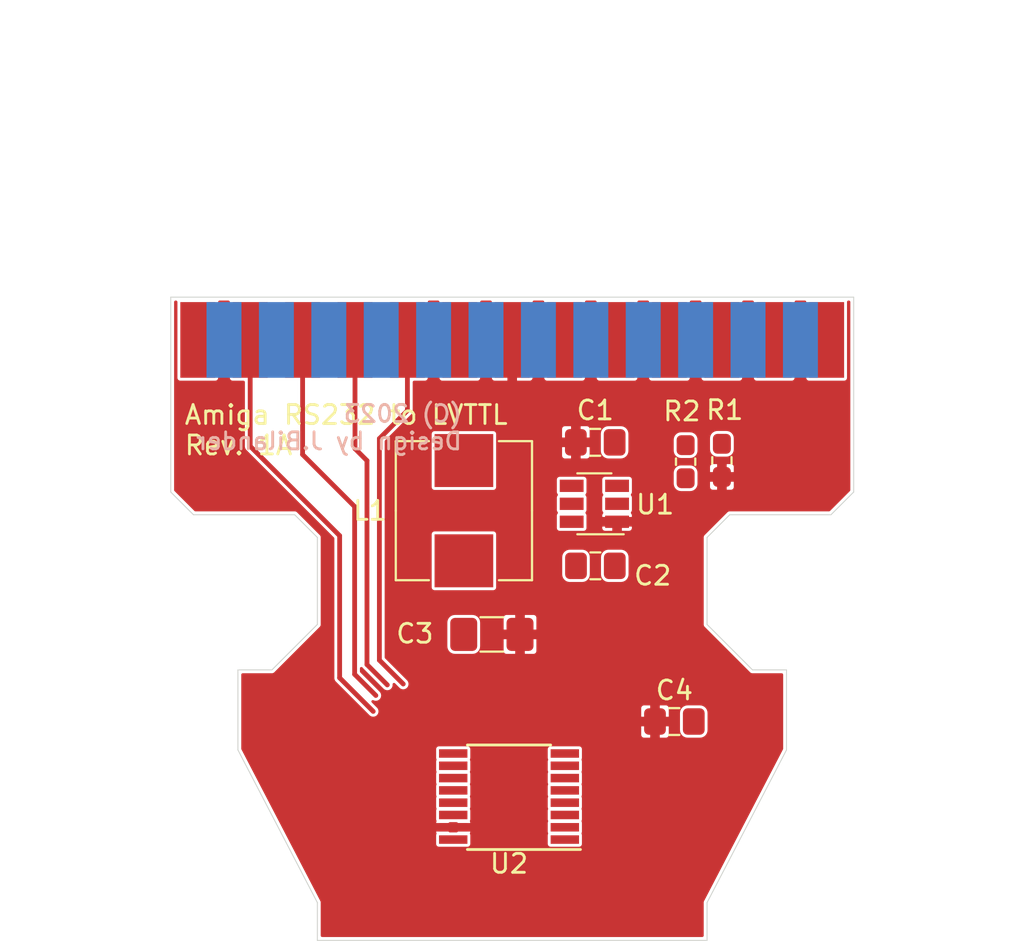
<source format=kicad_pcb>
(kicad_pcb (version 20171130) (host pcbnew "(5.1.6-0)")

  (general
    (thickness 1.6)
    (drawings 24)
    (tracks 16)
    (zones 0)
    (modules 10)
    (nets 41)
  )

  (page A4)
  (layers
    (0 F.Cu signal)
    (31 B.Cu signal)
    (32 B.Adhes user)
    (33 F.Adhes user)
    (34 B.Paste user)
    (35 F.Paste user)
    (36 B.SilkS user)
    (37 F.SilkS user)
    (38 B.Mask user)
    (39 F.Mask user)
    (40 Dwgs.User user)
    (41 Cmts.User user)
    (42 Eco1.User user)
    (43 Eco2.User user)
    (44 Edge.Cuts user)
    (45 Margin user)
    (46 B.CrtYd user)
    (47 F.CrtYd user)
    (48 B.Fab user)
    (49 F.Fab user)
  )

  (setup
    (last_trace_width 0.2032)
    (user_trace_width 0.1524)
    (user_trace_width 0.1778)
    (user_trace_width 0.2032)
    (user_trace_width 0.2286)
    (user_trace_width 0.254)
    (user_trace_width 0.381)
    (user_trace_width 0.508)
    (user_trace_width 0.8)
    (trace_clearance 0.1524)
    (zone_clearance 0.1524)
    (zone_45_only no)
    (trace_min 0.1524)
    (via_size 0.8)
    (via_drill 0.4)
    (via_min_size 0.4)
    (via_min_drill 0.3)
    (uvia_size 0.3)
    (uvia_drill 0.1)
    (uvias_allowed no)
    (uvia_min_size 0.2)
    (uvia_min_drill 0.1)
    (edge_width 0.05)
    (segment_width 0.2)
    (pcb_text_width 0.3)
    (pcb_text_size 1.5 1.5)
    (mod_edge_width 0.12)
    (mod_text_size 1 1)
    (mod_text_width 0.15)
    (pad_size 1.35 1.35)
    (pad_drill 0.8)
    (pad_to_mask_clearance 0.051)
    (solder_mask_min_width 0.25)
    (aux_axis_origin 0 0)
    (grid_origin 88.45 50)
    (visible_elements FFFFFF7F)
    (pcbplotparams
      (layerselection 0x010fc_ffffffff)
      (usegerberextensions false)
      (usegerberattributes false)
      (usegerberadvancedattributes false)
      (creategerberjobfile true)
      (excludeedgelayer true)
      (linewidth 0.100000)
      (plotframeref false)
      (viasonmask false)
      (mode 1)
      (useauxorigin true)
      (hpglpennumber 1)
      (hpglpenspeed 20)
      (hpglpendiameter 15.000000)
      (psnegative false)
      (psa4output false)
      (plotreference true)
      (plotvalue true)
      (plotinvisibletext false)
      (padsonsilk false)
      (subtractmaskfromsilk false)
      (outputformat 1)
      (mirror false)
      (drillshape 0)
      (scaleselection 1)
      (outputdirectory "out/"))
  )

  (net 0 "")
  (net 1 GND)
  (net 2 "Net-(J1-Pad25)")
  (net 3 "Net-(J1-Pad24)")
  (net 4 "Net-(J1-Pad23)")
  (net 5 "Net-(J1-Pad15)")
  (net 6 "Net-(J1-Pad14)")
  (net 7 "Net-(J1-Pad1)")
  (net 8 "Net-(J1-Pad22)")
  (net 9 "Net-(J1-Pad21)")
  (net 10 "Net-(J1-Pad20)")
  (net 11 "Net-(J1-Pad19)")
  (net 12 "Net-(J1-Pad18)")
  (net 13 "Net-(J1-Pad17)")
  (net 14 "Net-(J1-Pad16)")
  (net 15 "Net-(J1-Pad13)")
  (net 16 "Net-(J1-Pad12)")
  (net 17 "Net-(J1-Pad11)")
  (net 18 "Net-(J1-Pad10)")
  (net 19 "Net-(J1-Pad8)")
  (net 20 "Net-(J1-Pad6)")
  (net 21 "Net-(U1-Pad5)")
  (net 22 12V)
  (net 23 "Net-(R1-Pad1)")
  (net 24 "Net-(C2-Pad2)")
  (net 25 "Net-(C2-Pad1)")
  (net 26 CTS)
  (net 27 RTS)
  (net 28 3V3)
  (net 29 "Net-(U2-Pad6)")
  (net 30 "Net-(U2-Pad5)")
  (net 31 "Net-(U2-Pad4)")
  (net 32 "Net-(U2-Pad3)")
  (net 33 "Net-(U2-Pad2)")
  (net 34 "Net-(U2-Pad1)")
  (net 35 RX)
  (net 36 TX)
  (net 37 RX_MCU)
  (net 38 TX_MCU)
  (net 39 RTS_MCU)
  (net 40 CTS_MCU)

  (net_class Default "This is the default net class."
    (clearance 0.1524)
    (trace_width 0.2032)
    (via_dia 0.8)
    (via_drill 0.4)
    (uvia_dia 0.3)
    (uvia_drill 0.1)
    (add_net 12V)
    (add_net 3V3)
    (add_net CTS)
    (add_net CTS_MCU)
    (add_net GND)
    (add_net "Net-(C2-Pad1)")
    (add_net "Net-(C2-Pad2)")
    (add_net "Net-(J1-Pad1)")
    (add_net "Net-(J1-Pad10)")
    (add_net "Net-(J1-Pad11)")
    (add_net "Net-(J1-Pad12)")
    (add_net "Net-(J1-Pad13)")
    (add_net "Net-(J1-Pad14)")
    (add_net "Net-(J1-Pad15)")
    (add_net "Net-(J1-Pad16)")
    (add_net "Net-(J1-Pad17)")
    (add_net "Net-(J1-Pad18)")
    (add_net "Net-(J1-Pad19)")
    (add_net "Net-(J1-Pad20)")
    (add_net "Net-(J1-Pad21)")
    (add_net "Net-(J1-Pad22)")
    (add_net "Net-(J1-Pad23)")
    (add_net "Net-(J1-Pad24)")
    (add_net "Net-(J1-Pad25)")
    (add_net "Net-(J1-Pad6)")
    (add_net "Net-(J1-Pad8)")
    (add_net "Net-(R1-Pad1)")
    (add_net "Net-(U1-Pad5)")
    (add_net "Net-(U2-Pad1)")
    (add_net "Net-(U2-Pad2)")
    (add_net "Net-(U2-Pad3)")
    (add_net "Net-(U2-Pad4)")
    (add_net "Net-(U2-Pad5)")
    (add_net "Net-(U2-Pad6)")
    (add_net RTS)
    (add_net RTS_MCU)
    (add_net RX)
    (add_net RX_MCU)
    (add_net TX)
    (add_net TX_MCU)
  )

  (module Package_SO:TSSOP-16_4.4x5mm_P0.65mm (layer F.Cu) (tedit 5A02F25C) (tstamp 642716C6)
    (at 106.3316 76.39568 180)
    (descr "16-Lead Plastic Thin Shrink Small Outline (ST)-4.4 mm Body [TSSOP] (see Microchip Packaging Specification 00000049BS.pdf)")
    (tags "SSOP 0.65")
    (path /64282C45)
    (attr smd)
    (fp_text reference U2 (at 0 -3.55) (layer F.SilkS)
      (effects (font (size 1 1) (thickness 0.15)))
    )
    (fp_text value MAX3232 (at 0 3.55) (layer F.Fab) hide
      (effects (font (size 1 1) (thickness 0.15)))
    )
    (fp_line (start -3.775 -2.8) (end 2.2 -2.8) (layer F.SilkS) (width 0.15))
    (fp_line (start -2.2 2.725) (end 2.2 2.725) (layer F.SilkS) (width 0.15))
    (fp_line (start -3.95 2.8) (end 3.95 2.8) (layer F.CrtYd) (width 0.05))
    (fp_line (start -3.95 -2.9) (end 3.95 -2.9) (layer F.CrtYd) (width 0.05))
    (fp_line (start 3.95 -2.9) (end 3.95 2.8) (layer F.CrtYd) (width 0.05))
    (fp_line (start -3.95 -2.9) (end -3.95 2.8) (layer F.CrtYd) (width 0.05))
    (fp_line (start -2.2 -1.5) (end -1.2 -2.5) (layer F.Fab) (width 0.15))
    (fp_line (start -2.2 2.5) (end -2.2 -1.5) (layer F.Fab) (width 0.15))
    (fp_line (start 2.2 2.5) (end -2.2 2.5) (layer F.Fab) (width 0.15))
    (fp_line (start 2.2 -2.5) (end 2.2 2.5) (layer F.Fab) (width 0.15))
    (fp_line (start -1.2 -2.5) (end 2.2 -2.5) (layer F.Fab) (width 0.15))
    (fp_text user %R (at 0 0) (layer F.Fab) hide
      (effects (font (size 0.8 0.8) (thickness 0.15)))
    )
    (pad 16 smd rect (at 2.95 -2.275 180) (size 1.5 0.45) (layers F.Cu F.Paste F.Mask)
      (net 28 3V3))
    (pad 15 smd rect (at 2.95 -1.625 180) (size 1.5 0.45) (layers F.Cu F.Paste F.Mask)
      (net 1 GND))
    (pad 14 smd rect (at 2.95 -0.975 180) (size 1.5 0.45) (layers F.Cu F.Paste F.Mask)
      (net 35 RX))
    (pad 13 smd rect (at 2.95 -0.325 180) (size 1.5 0.45) (layers F.Cu F.Paste F.Mask)
      (net 36 TX))
    (pad 12 smd rect (at 2.95 0.325 180) (size 1.5 0.45) (layers F.Cu F.Paste F.Mask)
      (net 37 RX_MCU))
    (pad 11 smd rect (at 2.95 0.975 180) (size 1.5 0.45) (layers F.Cu F.Paste F.Mask)
      (net 38 TX_MCU))
    (pad 10 smd rect (at 2.95 1.625 180) (size 1.5 0.45) (layers F.Cu F.Paste F.Mask)
      (net 39 RTS_MCU))
    (pad 9 smd rect (at 2.95 2.275 180) (size 1.5 0.45) (layers F.Cu F.Paste F.Mask)
      (net 40 CTS_MCU))
    (pad 8 smd rect (at -2.95 2.275 180) (size 1.5 0.45) (layers F.Cu F.Paste F.Mask)
      (net 27 RTS))
    (pad 7 smd rect (at -2.95 1.625 180) (size 1.5 0.45) (layers F.Cu F.Paste F.Mask)
      (net 26 CTS))
    (pad 6 smd rect (at -2.95 0.975 180) (size 1.5 0.45) (layers F.Cu F.Paste F.Mask)
      (net 29 "Net-(U2-Pad6)"))
    (pad 5 smd rect (at -2.95 0.325 180) (size 1.5 0.45) (layers F.Cu F.Paste F.Mask)
      (net 30 "Net-(U2-Pad5)"))
    (pad 4 smd rect (at -2.95 -0.325 180) (size 1.5 0.45) (layers F.Cu F.Paste F.Mask)
      (net 31 "Net-(U2-Pad4)"))
    (pad 3 smd rect (at -2.95 -0.975 180) (size 1.5 0.45) (layers F.Cu F.Paste F.Mask)
      (net 32 "Net-(U2-Pad3)"))
    (pad 2 smd rect (at -2.95 -1.625 180) (size 1.5 0.45) (layers F.Cu F.Paste F.Mask)
      (net 33 "Net-(U2-Pad2)"))
    (pad 1 smd rect (at -2.95 -2.275 180) (size 1.5 0.45) (layers F.Cu F.Paste F.Mask)
      (net 34 "Net-(U2-Pad1)"))
    (model ${KISYS3DMOD}/Package_SO.3dshapes/TSSOP-16_4.4x5mm_P0.65mm.wrl
      (at (xyz 0 0 0))
      (scale (xyz 1 1 1))
      (rotate (xyz 0 0 0))
    )
  )

  (module Capacitor_SMD:C_0805_2012Metric_Pad1.15x1.40mm_HandSolder (layer F.Cu) (tedit 5B36C52B) (tstamp 642714C2)
    (at 115.07174 72.43074)
    (descr "Capacitor SMD 0805 (2012 Metric), square (rectangular) end terminal, IPC_7351 nominal with elongated pad for handsoldering. (Body size source: https://docs.google.com/spreadsheets/d/1BsfQQcO9C6DZCsRaXUlFlo91Tg2WpOkGARC1WS5S8t0/edit?usp=sharing), generated with kicad-footprint-generator")
    (tags "capacitor handsolder")
    (path /6428B97E)
    (attr smd)
    (fp_text reference C4 (at 0 -1.65) (layer F.SilkS)
      (effects (font (size 1 1) (thickness 0.15)))
    )
    (fp_text value 100nF (at 0 1.65) (layer F.Fab)
      (effects (font (size 1 1) (thickness 0.15)))
    )
    (fp_line (start 1.85 0.95) (end -1.85 0.95) (layer F.CrtYd) (width 0.05))
    (fp_line (start 1.85 -0.95) (end 1.85 0.95) (layer F.CrtYd) (width 0.05))
    (fp_line (start -1.85 -0.95) (end 1.85 -0.95) (layer F.CrtYd) (width 0.05))
    (fp_line (start -1.85 0.95) (end -1.85 -0.95) (layer F.CrtYd) (width 0.05))
    (fp_line (start -0.261252 0.71) (end 0.261252 0.71) (layer F.SilkS) (width 0.12))
    (fp_line (start -0.261252 -0.71) (end 0.261252 -0.71) (layer F.SilkS) (width 0.12))
    (fp_line (start 1 0.6) (end -1 0.6) (layer F.Fab) (width 0.1))
    (fp_line (start 1 -0.6) (end 1 0.6) (layer F.Fab) (width 0.1))
    (fp_line (start -1 -0.6) (end 1 -0.6) (layer F.Fab) (width 0.1))
    (fp_line (start -1 0.6) (end -1 -0.6) (layer F.Fab) (width 0.1))
    (fp_text user %R (at 0 0) (layer F.Fab)
      (effects (font (size 0.5 0.5) (thickness 0.08)))
    )
    (pad 2 smd roundrect (at 1.025 0) (size 1.15 1.4) (layers F.Cu F.Paste F.Mask) (roundrect_rratio 0.217391)
      (net 28 3V3))
    (pad 1 smd roundrect (at -1.025 0) (size 1.15 1.4) (layers F.Cu F.Paste F.Mask) (roundrect_rratio 0.217391)
      (net 1 GND))
    (model ${KISYS3DMOD}/Capacitor_SMD.3dshapes/C_0805_2012Metric.wrl
      (at (xyz 0 0 0))
      (scale (xyz 1 1 1))
      (rotate (xyz 0 0 0))
    )
  )

  (module Capacitor_SMD:C_1206_3216Metric_Pad1.42x1.75mm_HandSolder (layer F.Cu) (tedit 5B301BBE) (tstamp 6426C8D9)
    (at 105.42482 67.82572)
    (descr "Capacitor SMD 1206 (3216 Metric), square (rectangular) end terminal, IPC_7351 nominal with elongated pad for handsoldering. (Body size source: http://www.tortai-tech.com/upload/download/2011102023233369053.pdf), generated with kicad-footprint-generator")
    (tags "capacitor handsolder")
    (path /6427A17F)
    (attr smd)
    (fp_text reference C3 (at -4.07162 -0.04064) (layer F.SilkS)
      (effects (font (size 1 1) (thickness 0.15)))
    )
    (fp_text value 47uF (at 0 1.82) (layer F.Fab) hide
      (effects (font (size 1 1) (thickness 0.15)))
    )
    (fp_line (start 2.45 1.12) (end -2.45 1.12) (layer F.CrtYd) (width 0.05))
    (fp_line (start 2.45 -1.12) (end 2.45 1.12) (layer F.CrtYd) (width 0.05))
    (fp_line (start -2.45 -1.12) (end 2.45 -1.12) (layer F.CrtYd) (width 0.05))
    (fp_line (start -2.45 1.12) (end -2.45 -1.12) (layer F.CrtYd) (width 0.05))
    (fp_line (start -0.602064 0.91) (end 0.602064 0.91) (layer F.SilkS) (width 0.12))
    (fp_line (start -0.602064 -0.91) (end 0.602064 -0.91) (layer F.SilkS) (width 0.12))
    (fp_line (start 1.6 0.8) (end -1.6 0.8) (layer F.Fab) (width 0.1))
    (fp_line (start 1.6 -0.8) (end 1.6 0.8) (layer F.Fab) (width 0.1))
    (fp_line (start -1.6 -0.8) (end 1.6 -0.8) (layer F.Fab) (width 0.1))
    (fp_line (start -1.6 0.8) (end -1.6 -0.8) (layer F.Fab) (width 0.1))
    (fp_text user %R (at 0 0) (layer F.Fab) hide
      (effects (font (size 0.8 0.8) (thickness 0.12)))
    )
    (pad 2 smd roundrect (at 1.4875 0) (size 1.425 1.75) (layers F.Cu F.Paste F.Mask) (roundrect_rratio 0.175439)
      (net 1 GND))
    (pad 1 smd roundrect (at -1.4875 0) (size 1.425 1.75) (layers F.Cu F.Paste F.Mask) (roundrect_rratio 0.175439)
      (net 28 3V3))
    (model ${KISYS3DMOD}/Capacitor_SMD.3dshapes/C_1206_3216Metric.wrl
      (at (xyz 0 0 0))
      (scale (xyz 1 1 1))
      (rotate (xyz 0 0 0))
    )
  )

  (module Inductor_SMD:L_Wuerth_HCM-7050 (layer F.Cu) (tedit 6426A8B7) (tstamp 6426BAF0)
    (at 103.94654 61.28522 270)
    (descr "Inductor, Wuerth Elektronik, Wuerth_HCM-7050, 7.2mmx7.0mm")
    (tags "inductor Wuerth hcm smd")
    (path /64272939)
    (attr smd)
    (fp_text reference L1 (at 0.00254 4.96316 180) (layer F.SilkS)
      (effects (font (size 1 1) (thickness 0.15)))
    )
    (fp_text value L_Small (at 0 5 90) (layer F.Fab) hide
      (effects (font (size 1 1) (thickness 0.15)))
    )
    (fp_line (start -4 -3.85) (end -4 3.85) (layer F.CrtYd) (width 0.05))
    (fp_line (start -4 3.85) (end 4 3.85) (layer F.CrtYd) (width 0.05))
    (fp_line (start 4 3.85) (end 4 -3.85) (layer F.CrtYd) (width 0.05))
    (fp_line (start 4 -3.85) (end -4 -3.85) (layer F.CrtYd) (width 0.05))
    (fp_line (start -3.575 -3.5) (end -3.575 3.5) (layer F.Fab) (width 0.1))
    (fp_line (start -3.575 3.5) (end 3.575 3.5) (layer F.Fab) (width 0.1))
    (fp_line (start 3.575 3.5) (end 3.575 -3.5) (layer F.Fab) (width 0.1))
    (fp_line (start 3.575 -3.5) (end -3.575 -3.5) (layer F.Fab) (width 0.1))
    (fp_line (start -3.675 -1.85) (end -3.675 -3.6) (layer F.SilkS) (width 0.12))
    (fp_line (start -3.675 -3.6) (end 0 -3.6) (layer F.SilkS) (width 0.12))
    (fp_line (start 3.675 -1.85) (end 3.675 -3.6) (layer F.SilkS) (width 0.12))
    (fp_line (start 3.675 -3.6) (end 0 -3.6) (layer F.SilkS) (width 0.12))
    (fp_line (start 3.675 1.85) (end 3.675 3.6) (layer F.SilkS) (width 0.12))
    (fp_line (start 3.675 3.6) (end 0 3.6) (layer F.SilkS) (width 0.12))
    (fp_line (start -3.675 1.85) (end -3.675 3.6) (layer F.SilkS) (width 0.12))
    (fp_line (start -3.675 3.6) (end 0 3.6) (layer F.SilkS) (width 0.12))
    (fp_text user %R (at 0 0 90) (layer F.Fab) hide
      (effects (font (size 1 1) (thickness 0.15)))
    )
    (pad 2 smd rect (at 2.65 0 270) (size 2.8 3.1) (layers F.Cu F.Paste F.Mask)
      (net 28 3V3))
    (pad 1 smd rect (at -2.65 0 270) (size 2.8 3.1) (layers F.Cu F.Paste F.Mask)
      (net 24 "Net-(C2-Pad2)"))
    (model ${KISYS3DMOD}/Inductor_SMD.3dshapes/L_Wuerth_HCM-7050.wrl
      (at (xyz 0 0 0))
      (scale (xyz 1 1 1))
      (rotate (xyz 0 0 0))
    )
  )

  (module Capacitor_SMD:C_0805_2012Metric_Pad1.15x1.40mm_HandSolder (layer F.Cu) (tedit 5B36C52B) (tstamp 64263167)
    (at 110.89598 64.20114)
    (descr "Capacitor SMD 0805 (2012 Metric), square (rectangular) end terminal, IPC_7351 nominal with elongated pad for handsoldering. (Body size source: https://docs.google.com/spreadsheets/d/1BsfQQcO9C6DZCsRaXUlFlo91Tg2WpOkGARC1WS5S8t0/edit?usp=sharing), generated with kicad-footprint-generator")
    (tags "capacitor handsolder")
    (path /6426B6A1)
    (attr smd)
    (fp_text reference C2 (at 3.02768 0.51816) (layer F.SilkS)
      (effects (font (size 1 1) (thickness 0.15)))
    )
    (fp_text value 100nF (at 0 1.65) (layer F.Fab) hide
      (effects (font (size 1 1) (thickness 0.15)))
    )
    (fp_line (start -1 0.6) (end -1 -0.6) (layer F.Fab) (width 0.1))
    (fp_line (start -1 -0.6) (end 1 -0.6) (layer F.Fab) (width 0.1))
    (fp_line (start 1 -0.6) (end 1 0.6) (layer F.Fab) (width 0.1))
    (fp_line (start 1 0.6) (end -1 0.6) (layer F.Fab) (width 0.1))
    (fp_line (start -0.261252 -0.71) (end 0.261252 -0.71) (layer F.SilkS) (width 0.12))
    (fp_line (start -0.261252 0.71) (end 0.261252 0.71) (layer F.SilkS) (width 0.12))
    (fp_line (start -1.85 0.95) (end -1.85 -0.95) (layer F.CrtYd) (width 0.05))
    (fp_line (start -1.85 -0.95) (end 1.85 -0.95) (layer F.CrtYd) (width 0.05))
    (fp_line (start 1.85 -0.95) (end 1.85 0.95) (layer F.CrtYd) (width 0.05))
    (fp_line (start 1.85 0.95) (end -1.85 0.95) (layer F.CrtYd) (width 0.05))
    (fp_text user %R (at 0 0) (layer F.Fab) hide
      (effects (font (size 0.5 0.5) (thickness 0.08)))
    )
    (pad 2 smd roundrect (at 1.025 0) (size 1.15 1.4) (layers F.Cu F.Paste F.Mask) (roundrect_rratio 0.217391)
      (net 24 "Net-(C2-Pad2)"))
    (pad 1 smd roundrect (at -1.025 0) (size 1.15 1.4) (layers F.Cu F.Paste F.Mask) (roundrect_rratio 0.217391)
      (net 25 "Net-(C2-Pad1)"))
    (model ${KISYS3DMOD}/Capacitor_SMD.3dshapes/C_0805_2012Metric.wrl
      (at (xyz 0 0 0))
      (scale (xyz 1 1 1))
      (rotate (xyz 0 0 0))
    )
  )

  (module Resistor_SMD:R_0603_1608Metric_Pad1.05x0.95mm_HandSolder (layer F.Cu) (tedit 5B301BBD) (tstamp 64263F3E)
    (at 115.6661 58.69696 90)
    (descr "Resistor SMD 0603 (1608 Metric), square (rectangular) end terminal, IPC_7351 nominal with elongated pad for handsoldering. (Body size source: http://www.tortai-tech.com/upload/download/2011102023233369053.pdf), generated with kicad-footprint-generator")
    (tags "resistor handsolder")
    (path /64268408)
    (attr smd)
    (fp_text reference R2 (at 2.66446 -0.19812 180) (layer F.SilkS)
      (effects (font (size 1 1) (thickness 0.15)))
    )
    (fp_text value 100k (at 0 1.43 90) (layer F.Fab) hide
      (effects (font (size 1 1) (thickness 0.15)))
    )
    (fp_line (start 1.65 0.73) (end -1.65 0.73) (layer F.CrtYd) (width 0.05))
    (fp_line (start 1.65 -0.73) (end 1.65 0.73) (layer F.CrtYd) (width 0.05))
    (fp_line (start -1.65 -0.73) (end 1.65 -0.73) (layer F.CrtYd) (width 0.05))
    (fp_line (start -1.65 0.73) (end -1.65 -0.73) (layer F.CrtYd) (width 0.05))
    (fp_line (start -0.171267 0.51) (end 0.171267 0.51) (layer F.SilkS) (width 0.12))
    (fp_line (start -0.171267 -0.51) (end 0.171267 -0.51) (layer F.SilkS) (width 0.12))
    (fp_line (start 0.8 0.4) (end -0.8 0.4) (layer F.Fab) (width 0.1))
    (fp_line (start 0.8 -0.4) (end 0.8 0.4) (layer F.Fab) (width 0.1))
    (fp_line (start -0.8 -0.4) (end 0.8 -0.4) (layer F.Fab) (width 0.1))
    (fp_line (start -0.8 0.4) (end -0.8 -0.4) (layer F.Fab) (width 0.1))
    (fp_text user %R (at 0 0 90) (layer F.Fab) hide
      (effects (font (size 0.4 0.4) (thickness 0.06)))
    )
    (pad 2 smd roundrect (at 0.875 0 90) (size 1.05 0.95) (layers F.Cu F.Paste F.Mask) (roundrect_rratio 0.25)
      (net 23 "Net-(R1-Pad1)"))
    (pad 1 smd roundrect (at -0.875 0 90) (size 1.05 0.95) (layers F.Cu F.Paste F.Mask) (roundrect_rratio 0.25)
      (net 28 3V3))
    (model ${KISYS3DMOD}/Resistor_SMD.3dshapes/R_0603_1608Metric.wrl
      (at (xyz 0 0 0))
      (scale (xyz 1 1 1))
      (rotate (xyz 0 0 0))
    )
  )

  (module Resistor_SMD:R_0603_1608Metric_Pad1.05x0.95mm_HandSolder (layer F.Cu) (tedit 5B301BBD) (tstamp 64261EC3)
    (at 117.5838 58.62584 270)
    (descr "Resistor SMD 0603 (1608 Metric), square (rectangular) end terminal, IPC_7351 nominal with elongated pad for handsoldering. (Body size source: http://www.tortai-tech.com/upload/download/2011102023233369053.pdf), generated with kicad-footprint-generator")
    (tags "resistor handsolder")
    (path /64266682)
    (attr smd)
    (fp_text reference R1 (at -2.66192 -0.14732 180) (layer F.SilkS)
      (effects (font (size 1 1) (thickness 0.15)))
    )
    (fp_text value 22k (at 0 1.43 90) (layer F.Fab) hide
      (effects (font (size 1 1) (thickness 0.15)))
    )
    (fp_line (start 1.65 0.73) (end -1.65 0.73) (layer F.CrtYd) (width 0.05))
    (fp_line (start 1.65 -0.73) (end 1.65 0.73) (layer F.CrtYd) (width 0.05))
    (fp_line (start -1.65 -0.73) (end 1.65 -0.73) (layer F.CrtYd) (width 0.05))
    (fp_line (start -1.65 0.73) (end -1.65 -0.73) (layer F.CrtYd) (width 0.05))
    (fp_line (start -0.171267 0.51) (end 0.171267 0.51) (layer F.SilkS) (width 0.12))
    (fp_line (start -0.171267 -0.51) (end 0.171267 -0.51) (layer F.SilkS) (width 0.12))
    (fp_line (start 0.8 0.4) (end -0.8 0.4) (layer F.Fab) (width 0.1))
    (fp_line (start 0.8 -0.4) (end 0.8 0.4) (layer F.Fab) (width 0.1))
    (fp_line (start -0.8 -0.4) (end 0.8 -0.4) (layer F.Fab) (width 0.1))
    (fp_line (start -0.8 0.4) (end -0.8 -0.4) (layer F.Fab) (width 0.1))
    (fp_text user %R (at 0 0 90) (layer F.Fab) hide
      (effects (font (size 0.4 0.4) (thickness 0.06)))
    )
    (pad 2 smd roundrect (at 0.875 0 270) (size 1.05 0.95) (layers F.Cu F.Paste F.Mask) (roundrect_rratio 0.25)
      (net 1 GND))
    (pad 1 smd roundrect (at -0.875 0 270) (size 1.05 0.95) (layers F.Cu F.Paste F.Mask) (roundrect_rratio 0.25)
      (net 23 "Net-(R1-Pad1)"))
    (model ${KISYS3DMOD}/Resistor_SMD.3dshapes/R_0603_1608Metric.wrl
      (at (xyz 0 0 0))
      (scale (xyz 1 1 1))
      (rotate (xyz 0 0 0))
    )
  )

  (module Package_TO_SOT_SMD:SOT-23-6 (layer F.Cu) (tedit 6425ED1F) (tstamp 64264AEC)
    (at 110.84264 60.922 180)
    (descr "6-pin SOT-23 package")
    (tags SOT-23-6)
    (path /64259E9C)
    (attr smd)
    (fp_text reference U1 (at -3.21074 -0.0406 180) (layer F.SilkS)
      (effects (font (size 1 1) (thickness 0.15)))
    )
    (fp_text value TPS54308 (at 0 2.9 180) (layer F.Fab) hide
      (effects (font (size 1 1) (thickness 0.15)))
    )
    (fp_line (start -0.9 1.61) (end 0.9 1.61) (layer F.SilkS) (width 0.12))
    (fp_line (start 0.9 -1.61) (end -1.55 -1.61) (layer F.SilkS) (width 0.12))
    (fp_line (start 1.9 -1.8) (end -1.9 -1.8) (layer F.CrtYd) (width 0.05))
    (fp_line (start 1.9 1.8) (end 1.9 -1.8) (layer F.CrtYd) (width 0.05))
    (fp_line (start -1.9 1.8) (end 1.9 1.8) (layer F.CrtYd) (width 0.05))
    (fp_line (start -1.9 -1.8) (end -1.9 1.8) (layer F.CrtYd) (width 0.05))
    (fp_line (start -0.9 -0.9) (end -0.25 -1.55) (layer F.Fab) (width 0.1))
    (fp_line (start 0.9 -1.55) (end -0.25 -1.55) (layer F.Fab) (width 0.1))
    (fp_line (start -0.9 -0.9) (end -0.9 1.55) (layer F.Fab) (width 0.1))
    (fp_line (start 0.9 1.55) (end -0.9 1.55) (layer F.Fab) (width 0.1))
    (fp_line (start 0.9 -1.55) (end 0.9 1.55) (layer F.Fab) (width 0.1))
    (fp_text user %R (at 0 0 270) (layer F.Fab) hide
      (effects (font (size 0.5 0.5) (thickness 0.075)))
    )
    (pad 5 smd rect (at 1.1 0 180) (size 1.26 0.65) (drill (offset 0.1 0)) (layers F.Cu F.Paste F.Mask)
      (net 21 "Net-(U1-Pad5)"))
    (pad 6 smd rect (at 1.1 -0.95 180) (size 1.26 0.65) (drill (offset 0.1 0)) (layers F.Cu F.Paste F.Mask)
      (net 25 "Net-(C2-Pad1)"))
    (pad 4 smd rect (at 1.1 0.95 180) (size 1.26 0.65) (drill (offset 0.1 0)) (layers F.Cu F.Paste F.Mask)
      (net 23 "Net-(R1-Pad1)"))
    (pad 3 smd rect (at -1.1 0.95 180) (size 1.26 0.65) (drill (offset -0.1 0)) (layers F.Cu F.Paste F.Mask)
      (net 22 12V))
    (pad 2 smd rect (at -1.1 0 180) (size 1.26 0.65) (drill (offset -0.1 0)) (layers F.Cu F.Paste F.Mask)
      (net 24 "Net-(C2-Pad2)"))
    (pad 1 smd rect (at -1.1 -0.95 180) (size 1.26 0.65) (drill (offset -0.1 0)) (layers F.Cu F.Paste F.Mask)
      (net 1 GND))
    (model ${KISYS3DMOD}/Package_TO_SOT_SMD.3dshapes/SOT-23-6.wrl
      (at (xyz 0 0 0))
      (scale (xyz 1 1 1))
      (rotate (xyz 0 0 0))
    )
  )

  (module Capacitor_SMD:C_0805_2012Metric_Pad1.15x1.40mm_HandSolder (layer F.Cu) (tedit 5B36C52B) (tstamp 64260DA5)
    (at 110.88836 57.67334 180)
    (descr "Capacitor SMD 0805 (2012 Metric), square (rectangular) end terminal, IPC_7351 nominal with elongated pad for handsoldering. (Body size source: https://docs.google.com/spreadsheets/d/1BsfQQcO9C6DZCsRaXUlFlo91Tg2WpOkGARC1WS5S8t0/edit?usp=sharing), generated with kicad-footprint-generator")
    (tags "capacitor handsolder")
    (path /6425EF30)
    (attr smd)
    (fp_text reference C1 (at 0 1.69418) (layer F.SilkS)
      (effects (font (size 1 1) (thickness 0.15)))
    )
    (fp_text value 10uF (at 0 1.65) (layer F.Fab) hide
      (effects (font (size 1 1) (thickness 0.15)))
    )
    (fp_line (start -1 0.6) (end -1 -0.6) (layer F.Fab) (width 0.1))
    (fp_line (start -1 -0.6) (end 1 -0.6) (layer F.Fab) (width 0.1))
    (fp_line (start 1 -0.6) (end 1 0.6) (layer F.Fab) (width 0.1))
    (fp_line (start 1 0.6) (end -1 0.6) (layer F.Fab) (width 0.1))
    (fp_line (start -0.261252 -0.71) (end 0.261252 -0.71) (layer F.SilkS) (width 0.12))
    (fp_line (start -0.261252 0.71) (end 0.261252 0.71) (layer F.SilkS) (width 0.12))
    (fp_line (start -1.85 0.95) (end -1.85 -0.95) (layer F.CrtYd) (width 0.05))
    (fp_line (start -1.85 -0.95) (end 1.85 -0.95) (layer F.CrtYd) (width 0.05))
    (fp_line (start 1.85 -0.95) (end 1.85 0.95) (layer F.CrtYd) (width 0.05))
    (fp_line (start 1.85 0.95) (end -1.85 0.95) (layer F.CrtYd) (width 0.05))
    (fp_text user %R (at 0 0) (layer F.Fab) hide
      (effects (font (size 0.5 0.5) (thickness 0.08)))
    )
    (pad 2 smd roundrect (at 1.025 0 180) (size 1.15 1.4) (layers F.Cu F.Paste F.Mask) (roundrect_rratio 0.217391)
      (net 1 GND))
    (pad 1 smd roundrect (at -1.025 0 180) (size 1.15 1.4) (layers F.Cu F.Paste F.Mask) (roundrect_rratio 0.217391)
      (net 22 12V))
    (model ${KISYS3DMOD}/Capacitor_SMD.3dshapes/C_0805_2012Metric.wrl
      (at (xyz 0 0 0))
      (scale (xyz 1 1 1))
      (rotate (xyz 0 0 0))
    )
  )

  (module Connector_Dsub:DSUB-25_Female_EdgeMount_P2.77mm (layer F.Cu) (tedit 64259F7E) (tstamp 6425A1E2)
    (at 106.5 52 180)
    (descr "25-pin D-Sub connector, solder-cups edge-mounted, female, x-pin-pitch 2.77mm, distance of mounting holes 47.1mm, see https://disti-assets.s3.amazonaws.com/tonar/files/datasheets/16730.pdf")
    (tags "25-pin D-Sub connector edge mount solder cup female x-pin-pitch 2.77mm mounting holes distance 47.1mm")
    (path /6426BBDB)
    (attr smd)
    (fp_text reference J1 (at -20.543333 0 180) (layer F.SilkS) hide
      (effects (font (size 1 1) (thickness 0.15)))
    )
    (fp_text value DB25_Female (at 0 16.86 180) (layer F.Fab)
      (effects (font (size 1 1) (thickness 0.15)))
    )
    (fp_line (start 16.02 -0.91) (end 16.02 1.99) (layer F.Fab) (width 0.1))
    (fp_line (start 16.02 1.99) (end 17.22 1.99) (layer F.Fab) (width 0.1))
    (fp_line (start 17.22 1.99) (end 17.22 -0.91) (layer F.Fab) (width 0.1))
    (fp_line (start 17.22 -0.91) (end 16.02 -0.91) (layer F.Fab) (width 0.1))
    (fp_line (start 13.25 -0.91) (end 13.25 1.99) (layer F.Fab) (width 0.1))
    (fp_line (start 13.25 1.99) (end 14.45 1.99) (layer F.Fab) (width 0.1))
    (fp_line (start 14.45 1.99) (end 14.45 -0.91) (layer F.Fab) (width 0.1))
    (fp_line (start 14.45 -0.91) (end 13.25 -0.91) (layer F.Fab) (width 0.1))
    (fp_line (start 10.48 -0.91) (end 10.48 1.99) (layer F.Fab) (width 0.1))
    (fp_line (start 10.48 1.99) (end 11.68 1.99) (layer F.Fab) (width 0.1))
    (fp_line (start 11.68 1.99) (end 11.68 -0.91) (layer F.Fab) (width 0.1))
    (fp_line (start 11.68 -0.91) (end 10.48 -0.91) (layer F.Fab) (width 0.1))
    (fp_line (start 7.71 -0.91) (end 7.71 1.99) (layer F.Fab) (width 0.1))
    (fp_line (start 7.71 1.99) (end 8.91 1.99) (layer F.Fab) (width 0.1))
    (fp_line (start 8.91 1.99) (end 8.91 -0.91) (layer F.Fab) (width 0.1))
    (fp_line (start 8.91 -0.91) (end 7.71 -0.91) (layer F.Fab) (width 0.1))
    (fp_line (start 4.94 -0.91) (end 4.94 1.99) (layer F.Fab) (width 0.1))
    (fp_line (start 4.94 1.99) (end 6.14 1.99) (layer F.Fab) (width 0.1))
    (fp_line (start 6.14 1.99) (end 6.14 -0.91) (layer F.Fab) (width 0.1))
    (fp_line (start 6.14 -0.91) (end 4.94 -0.91) (layer F.Fab) (width 0.1))
    (fp_line (start 2.17 -0.91) (end 2.17 1.99) (layer F.Fab) (width 0.1))
    (fp_line (start 2.17 1.99) (end 3.37 1.99) (layer F.Fab) (width 0.1))
    (fp_line (start 3.37 1.99) (end 3.37 -0.91) (layer F.Fab) (width 0.1))
    (fp_line (start 3.37 -0.91) (end 2.17 -0.91) (layer F.Fab) (width 0.1))
    (fp_line (start -0.6 -0.91) (end -0.6 1.99) (layer F.Fab) (width 0.1))
    (fp_line (start -0.6 1.99) (end 0.6 1.99) (layer F.Fab) (width 0.1))
    (fp_line (start 0.6 1.99) (end 0.6 -0.91) (layer F.Fab) (width 0.1))
    (fp_line (start 0.6 -0.91) (end -0.6 -0.91) (layer F.Fab) (width 0.1))
    (fp_line (start -3.37 -0.91) (end -3.37 1.99) (layer F.Fab) (width 0.1))
    (fp_line (start -3.37 1.99) (end -2.17 1.99) (layer F.Fab) (width 0.1))
    (fp_line (start -2.17 1.99) (end -2.17 -0.91) (layer F.Fab) (width 0.1))
    (fp_line (start -2.17 -0.91) (end -3.37 -0.91) (layer F.Fab) (width 0.1))
    (fp_line (start -6.14 -0.91) (end -6.14 1.99) (layer F.Fab) (width 0.1))
    (fp_line (start -6.14 1.99) (end -4.94 1.99) (layer F.Fab) (width 0.1))
    (fp_line (start -4.94 1.99) (end -4.94 -0.91) (layer F.Fab) (width 0.1))
    (fp_line (start -4.94 -0.91) (end -6.14 -0.91) (layer F.Fab) (width 0.1))
    (fp_line (start -8.91 -0.91) (end -8.91 1.99) (layer F.Fab) (width 0.1))
    (fp_line (start -8.91 1.99) (end -7.71 1.99) (layer F.Fab) (width 0.1))
    (fp_line (start -7.71 1.99) (end -7.71 -0.91) (layer F.Fab) (width 0.1))
    (fp_line (start -7.71 -0.91) (end -8.91 -0.91) (layer F.Fab) (width 0.1))
    (fp_line (start -11.68 -0.91) (end -11.68 1.99) (layer F.Fab) (width 0.1))
    (fp_line (start -11.68 1.99) (end -10.48 1.99) (layer F.Fab) (width 0.1))
    (fp_line (start -10.48 1.99) (end -10.48 -0.91) (layer F.Fab) (width 0.1))
    (fp_line (start -10.48 -0.91) (end -11.68 -0.91) (layer F.Fab) (width 0.1))
    (fp_line (start -14.45 -0.91) (end -14.45 1.99) (layer F.Fab) (width 0.1))
    (fp_line (start -14.45 1.99) (end -13.25 1.99) (layer F.Fab) (width 0.1))
    (fp_line (start -13.25 1.99) (end -13.25 -0.91) (layer F.Fab) (width 0.1))
    (fp_line (start -13.25 -0.91) (end -14.45 -0.91) (layer F.Fab) (width 0.1))
    (fp_line (start -17.22 -0.91) (end -17.22 1.99) (layer F.Fab) (width 0.1))
    (fp_line (start -17.22 1.99) (end -16.02 1.99) (layer F.Fab) (width 0.1))
    (fp_line (start -16.02 1.99) (end -16.02 -0.91) (layer F.Fab) (width 0.1))
    (fp_line (start -16.02 -0.91) (end -17.22 -0.91) (layer F.Fab) (width 0.1))
    (fp_line (start 14.635 -0.91) (end 14.635 1.99) (layer B.Fab) (width 0.1))
    (fp_line (start 14.635 1.99) (end 15.835 1.99) (layer B.Fab) (width 0.1))
    (fp_line (start 15.835 1.99) (end 15.835 -0.91) (layer B.Fab) (width 0.1))
    (fp_line (start 15.835 -0.91) (end 14.635 -0.91) (layer B.Fab) (width 0.1))
    (fp_line (start 11.865 -0.91) (end 11.865 1.99) (layer B.Fab) (width 0.1))
    (fp_line (start 11.865 1.99) (end 13.065 1.99) (layer B.Fab) (width 0.1))
    (fp_line (start 13.065 1.99) (end 13.065 -0.91) (layer B.Fab) (width 0.1))
    (fp_line (start 13.065 -0.91) (end 11.865 -0.91) (layer B.Fab) (width 0.1))
    (fp_line (start 9.095 -0.91) (end 9.095 1.99) (layer B.Fab) (width 0.1))
    (fp_line (start 9.095 1.99) (end 10.295 1.99) (layer B.Fab) (width 0.1))
    (fp_line (start 10.295 1.99) (end 10.295 -0.91) (layer B.Fab) (width 0.1))
    (fp_line (start 10.295 -0.91) (end 9.095 -0.91) (layer B.Fab) (width 0.1))
    (fp_line (start 6.325 -0.91) (end 6.325 1.99) (layer B.Fab) (width 0.1))
    (fp_line (start 6.325 1.99) (end 7.525 1.99) (layer B.Fab) (width 0.1))
    (fp_line (start 7.525 1.99) (end 7.525 -0.91) (layer B.Fab) (width 0.1))
    (fp_line (start 7.525 -0.91) (end 6.325 -0.91) (layer B.Fab) (width 0.1))
    (fp_line (start 3.555 -0.91) (end 3.555 1.99) (layer B.Fab) (width 0.1))
    (fp_line (start 3.555 1.99) (end 4.755 1.99) (layer B.Fab) (width 0.1))
    (fp_line (start 4.755 1.99) (end 4.755 -0.91) (layer B.Fab) (width 0.1))
    (fp_line (start 4.755 -0.91) (end 3.555 -0.91) (layer B.Fab) (width 0.1))
    (fp_line (start 0.785 -0.91) (end 0.785 1.99) (layer B.Fab) (width 0.1))
    (fp_line (start 0.785 1.99) (end 1.985 1.99) (layer B.Fab) (width 0.1))
    (fp_line (start 1.985 1.99) (end 1.985 -0.91) (layer B.Fab) (width 0.1))
    (fp_line (start 1.985 -0.91) (end 0.785 -0.91) (layer B.Fab) (width 0.1))
    (fp_line (start -1.985 -0.91) (end -1.985 1.99) (layer B.Fab) (width 0.1))
    (fp_line (start -1.985 1.99) (end -0.785 1.99) (layer B.Fab) (width 0.1))
    (fp_line (start -0.785 1.99) (end -0.785 -0.91) (layer B.Fab) (width 0.1))
    (fp_line (start -0.785 -0.91) (end -1.985 -0.91) (layer B.Fab) (width 0.1))
    (fp_line (start -4.755 -0.91) (end -4.755 1.99) (layer B.Fab) (width 0.1))
    (fp_line (start -4.755 1.99) (end -3.555 1.99) (layer B.Fab) (width 0.1))
    (fp_line (start -3.555 1.99) (end -3.555 -0.91) (layer B.Fab) (width 0.1))
    (fp_line (start -3.555 -0.91) (end -4.755 -0.91) (layer B.Fab) (width 0.1))
    (fp_line (start -7.525 -0.91) (end -7.525 1.99) (layer B.Fab) (width 0.1))
    (fp_line (start -7.525 1.99) (end -6.325 1.99) (layer B.Fab) (width 0.1))
    (fp_line (start -6.325 1.99) (end -6.325 -0.91) (layer B.Fab) (width 0.1))
    (fp_line (start -6.325 -0.91) (end -7.525 -0.91) (layer B.Fab) (width 0.1))
    (fp_line (start -10.295 -0.91) (end -10.295 1.99) (layer B.Fab) (width 0.1))
    (fp_line (start -10.295 1.99) (end -9.095 1.99) (layer B.Fab) (width 0.1))
    (fp_line (start -9.095 1.99) (end -9.095 -0.91) (layer B.Fab) (width 0.1))
    (fp_line (start -9.095 -0.91) (end -10.295 -0.91) (layer B.Fab) (width 0.1))
    (fp_line (start -13.065 -0.91) (end -13.065 1.99) (layer B.Fab) (width 0.1))
    (fp_line (start -13.065 1.99) (end -11.865 1.99) (layer B.Fab) (width 0.1))
    (fp_line (start -11.865 1.99) (end -11.865 -0.91) (layer B.Fab) (width 0.1))
    (fp_line (start -11.865 -0.91) (end -13.065 -0.91) (layer B.Fab) (width 0.1))
    (fp_line (start -15.835 -0.91) (end -15.835 1.99) (layer B.Fab) (width 0.1))
    (fp_line (start -15.835 1.99) (end -14.635 1.99) (layer B.Fab) (width 0.1))
    (fp_line (start -14.635 1.99) (end -14.635 -0.91) (layer B.Fab) (width 0.1))
    (fp_line (start -14.635 -0.91) (end -15.835 -0.91) (layer B.Fab) (width 0.1))
    (fp_line (start -18.55 1.99) (end -18.55 4.79) (layer F.Fab) (width 0.1))
    (fp_line (start -18.55 4.79) (end 18.55 4.79) (layer F.Fab) (width 0.1))
    (fp_line (start 18.55 4.79) (end 18.55 1.99) (layer F.Fab) (width 0.1))
    (fp_line (start 18.55 1.99) (end -18.55 1.99) (layer F.Fab) (width 0.1))
    (fp_line (start -19.55 4.79) (end -19.55 9.29) (layer F.Fab) (width 0.1))
    (fp_line (start -19.55 9.29) (end 19.55 9.29) (layer F.Fab) (width 0.1))
    (fp_line (start 19.55 9.29) (end 19.55 4.79) (layer F.Fab) (width 0.1))
    (fp_line (start 19.55 4.79) (end -19.55 4.79) (layer F.Fab) (width 0.1))
    (fp_line (start -26.55 9.29) (end -26.55 9.69) (layer F.Fab) (width 0.1))
    (fp_line (start -26.55 9.69) (end 26.55 9.69) (layer F.Fab) (width 0.1))
    (fp_line (start 26.55 9.69) (end 26.55 9.29) (layer F.Fab) (width 0.1))
    (fp_line (start 26.55 9.29) (end -26.55 9.29) (layer F.Fab) (width 0.1))
    (fp_line (start -19.15 9.69) (end -19.15 15.86) (layer F.Fab) (width 0.1))
    (fp_line (start -19.15 15.86) (end 19.15 15.86) (layer F.Fab) (width 0.1))
    (fp_line (start 19.15 15.86) (end 19.15 9.69) (layer F.Fab) (width 0.1))
    (fp_line (start 19.15 9.69) (end -19.15 9.69) (layer F.Fab) (width 0.1))
    (fp_line (start -18.05 -2.25) (end 18.05 -2.25) (layer F.CrtYd) (width 0.05))
    (fp_line (start 18.05 -2.25) (end 18.05 1.5) (layer F.CrtYd) (width 0.05))
    (fp_line (start 18.05 1.5) (end 19.05 1.5) (layer F.CrtYd) (width 0.05))
    (fp_line (start 19.05 1.5) (end 19.05 4.3) (layer F.CrtYd) (width 0.05))
    (fp_line (start 19.05 4.3) (end 20.05 4.3) (layer F.CrtYd) (width 0.05))
    (fp_line (start 20.05 4.3) (end 20.05 8.8) (layer F.CrtYd) (width 0.05))
    (fp_line (start 20.05 8.8) (end 27.05 8.8) (layer F.CrtYd) (width 0.05))
    (fp_line (start 27.05 8.8) (end 27.05 10.2) (layer F.CrtYd) (width 0.05))
    (fp_line (start 27.05 10.2) (end 19.65 10.2) (layer F.CrtYd) (width 0.05))
    (fp_line (start 19.65 10.2) (end 19.65 16.4) (layer F.CrtYd) (width 0.05))
    (fp_line (start 19.65 16.4) (end -19.65 16.4) (layer F.CrtYd) (width 0.05))
    (fp_line (start -19.65 16.4) (end -19.65 10.2) (layer F.CrtYd) (width 0.05))
    (fp_line (start -19.65 10.2) (end -27.05 10.2) (layer F.CrtYd) (width 0.05))
    (fp_line (start -27.05 10.2) (end -27.05 8.8) (layer F.CrtYd) (width 0.05))
    (fp_line (start -27.05 8.8) (end -20.05 8.8) (layer F.CrtYd) (width 0.05))
    (fp_line (start -20.05 8.8) (end -20.05 4.3) (layer F.CrtYd) (width 0.05))
    (fp_line (start -20.05 4.3) (end -19.05 4.3) (layer F.CrtYd) (width 0.05))
    (fp_line (start -19.05 4.3) (end -19.05 1.5) (layer F.CrtYd) (width 0.05))
    (fp_line (start -19.05 1.5) (end -18.05 1.5) (layer F.CrtYd) (width 0.05))
    (fp_line (start -18.05 1.5) (end -18.05 -2.25) (layer F.CrtYd) (width 0.05))
    (fp_line (start -26.55 1.99) (end 26.55 1.99) (layer Dwgs.User) (width 0.05))
    (fp_text user "PCB edge" (at -21.55 1.323333 180) (layer Dwgs.User)
      (effects (font (size 0.5 0.5) (thickness 0.075)))
    )
    (fp_text user %R (at 0 3.39 180) (layer F.Fab) hide
      (effects (font (size 1 1) (thickness 0.15)))
    )
    (pad 25 smd rect (at -15.235 0 180) (size 1.846667 4) (drill (offset 0 -0.26)) (layers B.Cu B.Paste B.Mask)
      (net 2 "Net-(J1-Pad25)"))
    (pad 24 smd rect (at -12.465 0 180) (size 1.846667 4) (drill (offset 0 -0.26)) (layers B.Cu B.Paste B.Mask)
      (net 3 "Net-(J1-Pad24)"))
    (pad 23 smd rect (at -9.695 0 180) (size 1.846667 4) (drill (offset 0 -0.26)) (layers B.Cu B.Paste B.Mask)
      (net 4 "Net-(J1-Pad23)"))
    (pad 22 smd rect (at -6.925 0 180) (size 1.846667 4) (drill (offset 0 -0.26)) (layers B.Cu B.Paste B.Mask)
      (net 8 "Net-(J1-Pad22)"))
    (pad 21 smd rect (at -4.155 0 180) (size 1.846667 4) (drill (offset 0 -0.26)) (layers B.Cu B.Paste B.Mask)
      (net 9 "Net-(J1-Pad21)"))
    (pad 20 smd rect (at -1.385 0 180) (size 1.846667 4) (drill (offset 0 -0.26)) (layers B.Cu B.Paste B.Mask)
      (net 10 "Net-(J1-Pad20)"))
    (pad 19 smd rect (at 1.385 0 180) (size 1.846667 4) (drill (offset 0 -0.26)) (layers B.Cu B.Paste B.Mask)
      (net 11 "Net-(J1-Pad19)"))
    (pad 18 smd rect (at 4.155 0 180) (size 1.846667 4) (drill (offset 0 -0.26)) (layers B.Cu B.Paste B.Mask)
      (net 12 "Net-(J1-Pad18)"))
    (pad 17 smd rect (at 6.925 0 180) (size 1.846667 4) (drill (offset 0 -0.26)) (layers B.Cu B.Paste B.Mask)
      (net 13 "Net-(J1-Pad17)"))
    (pad 16 smd rect (at 9.695 0 180) (size 1.846667 4) (drill (offset 0 -0.26)) (layers B.Cu B.Paste B.Mask)
      (net 14 "Net-(J1-Pad16)"))
    (pad 15 smd rect (at 12.465 0 180) (size 1.846667 4) (drill (offset 0 -0.26)) (layers B.Cu B.Paste B.Mask)
      (net 5 "Net-(J1-Pad15)"))
    (pad 14 smd rect (at 15.235 0 180) (size 1.846667 4) (drill (offset 0 -0.26)) (layers B.Cu B.Paste B.Mask)
      (net 6 "Net-(J1-Pad14)"))
    (pad 13 smd rect (at -16.62 0 180) (size 1.846667 4) (drill (offset 0 -0.26)) (layers F.Cu F.Paste F.Mask)
      (net 15 "Net-(J1-Pad13)"))
    (pad 12 smd rect (at -13.85 0 180) (size 1.846667 4) (drill (offset 0 -0.26)) (layers F.Cu F.Paste F.Mask)
      (net 16 "Net-(J1-Pad12)"))
    (pad 11 smd rect (at -11.08 0 180) (size 1.846667 4) (drill (offset 0 -0.26)) (layers F.Cu F.Paste F.Mask)
      (net 17 "Net-(J1-Pad11)"))
    (pad 10 smd rect (at -8.31 0 180) (size 1.846667 4) (drill (offset 0 -0.26)) (layers F.Cu F.Paste F.Mask)
      (net 18 "Net-(J1-Pad10)"))
    (pad 9 smd rect (at -5.54 0 180) (size 1.846667 4) (drill (offset 0 -0.26)) (layers F.Cu F.Paste F.Mask)
      (net 22 12V))
    (pad 8 smd rect (at -2.77 0 180) (size 1.846667 4) (drill (offset 0 -0.26)) (layers F.Cu F.Paste F.Mask)
      (net 19 "Net-(J1-Pad8)"))
    (pad 7 smd rect (at 0 0 180) (size 1.846667 4) (drill (offset 0 -0.26)) (layers F.Cu F.Paste F.Mask)
      (net 1 GND))
    (pad 6 smd rect (at 2.77 0 180) (size 1.846667 4) (drill (offset 0 -0.26)) (layers F.Cu F.Paste F.Mask)
      (net 20 "Net-(J1-Pad6)"))
    (pad 5 smd rect (at 5.54 0 180) (size 1.846667 4) (drill (offset 0 -0.26)) (layers F.Cu F.Paste F.Mask)
      (net 26 CTS))
    (pad 4 smd rect (at 8.31 0 180) (size 1.846667 4) (drill (offset 0 -0.26)) (layers F.Cu F.Paste F.Mask)
      (net 27 RTS))
    (pad 3 smd rect (at 11.08 0 180) (size 1.846667 4) (drill (offset 0 -0.26)) (layers F.Cu F.Paste F.Mask)
      (net 35 RX))
    (pad 2 smd rect (at 13.85 0 180) (size 1.846667 4) (drill (offset 0 -0.26)) (layers F.Cu F.Paste F.Mask)
      (net 36 TX))
    (pad 1 smd rect (at 16.62 0 180) (size 1.846667 4) (drill (offset 0 -0.26)) (layers F.Cu F.Paste F.Mask)
      (net 7 "Net-(J1-Pad1)"))
    (model ${KISYS3DMOD}/Connector_Dsub.3dshapes/DSUB-25_Female_EdgeMount_P2.77mm.wrl
      (at (xyz 0 0 0))
      (scale (xyz 1 1 1))
      (rotate (xyz 0 0 0))
    )
  )

  (gr_text "(C) 2023\nDesign by J.Bilander\n" (at 103.92272 56.88588) (layer B.SilkS) (tstamp 6100DE22)
    (effects (font (size 0.9 0.9) (thickness 0.15)) (justify left mirror))
  )
  (gr_text "Amiga RS232 to LVTTL\nRev. 1A" (at 89.10272 57.02588) (layer F.SilkS) (tstamp 64262E4D)
    (effects (font (size 1 1) (thickness 0.15)) (justify left))
  )
  (gr_line (start 92 73.93) (end 92 69.7) (layer Edge.Cuts) (width 0.05) (tstamp 60F8FAFA))
  (gr_line (start 121 73.93) (end 121 69.7) (layer Edge.Cuts) (width 0.05) (tstamp 60F8FA10))
  (gr_line (start 92 69.7) (end 93.8 69.7) (layer Edge.Cuts) (width 0.05) (tstamp 60F8F086))
  (gr_line (start 116.8 82) (end 116.8 84) (layer Edge.Cuts) (width 0.05) (tstamp 60F79399))
  (gr_line (start 121 73.93) (end 116.8 82) (layer Edge.Cuts) (width 0.05) (tstamp 60F79366))
  (gr_line (start 96.2 82) (end 96.2 84) (layer Edge.Cuts) (width 0.05))
  (gr_line (start 92 73.93) (end 96.2 82) (layer Edge.Cuts) (width 0.05) (tstamp 60F792A7))
  (gr_line (start 88.45 60.3) (end 89.65 61.5) (layer Edge.Cuts) (width 0.05) (tstamp 60F48BFB))
  (gr_line (start 124.55 60.3) (end 123.35 61.5) (layer Edge.Cuts) (width 0.05) (tstamp 60F48B82))
  (gr_line (start 119.2 69.7) (end 121 69.7) (layer Edge.Cuts) (width 0.05))
  (gr_line (start 116.8 67.3) (end 119.2 69.7) (layer Edge.Cuts) (width 0.05) (tstamp 6047BCF2))
  (gr_line (start 96.2 67.3) (end 93.8 69.7) (layer Edge.Cuts) (width 0.05) (tstamp 6047BC41))
  (gr_line (start 118 61.5) (end 116.8 62.7) (layer Edge.Cuts) (width 0.05) (tstamp 5DD18759))
  (gr_line (start 95 61.5) (end 96.2 62.7) (layer Edge.Cuts) (width 0.05) (tstamp 5DD183AB))
  (gr_line (start 116.8 84) (end 96.2 84) (layer Edge.Cuts) (width 0.05) (tstamp 5DD0627D))
  (gr_line (start 116.8 62.7) (end 116.8 67.3) (layer Edge.Cuts) (width 0.05))
  (gr_line (start 123.35 61.5) (end 118 61.5) (layer Edge.Cuts) (width 0.05))
  (gr_line (start 96.2 62.7) (end 96.2 67.3) (layer Edge.Cuts) (width 0.05) (tstamp 60F48BD2))
  (gr_line (start 89.65 61.5) (end 95 61.5) (layer Edge.Cuts) (width 0.05) (tstamp 6046741B))
  (gr_line (start 88.45 50) (end 88.45 60.3) (layer Edge.Cuts) (width 0.05))
  (gr_line (start 124.55 50) (end 124.55 60.3) (layer Edge.Cuts) (width 0.05) (tstamp 6100A197))
  (gr_line (start 88.45 50) (end 124.55 50) (layer Edge.Cuts) (width 0.05))

  (segment (start 100.96 52) (end 100.96 55.9939) (width 0.254) (layer F.Cu) (net 26))
  (segment (start 100.96 55.9939) (end 99.47868 57.47522) (width 0.254) (layer F.Cu) (net 26))
  (segment (start 99.47868 57.47522) (end 99.47868 69.18716) (width 0.254) (layer F.Cu) (net 26))
  (segment (start 99.47868 69.18716) (end 100.73852 70.447) (width 0.254) (layer F.Cu) (net 26))
  (segment (start 98.19 52) (end 98.19 58.00772) (width 0.254) (layer F.Cu) (net 27))
  (segment (start 98.19 58.00772) (end 98.82336 58.64108) (width 0.254) (layer F.Cu) (net 27))
  (segment (start 98.82336 58.64108) (end 98.82336 69.42084) (width 0.254) (layer F.Cu) (net 27))
  (segment (start 98.82336 69.42084) (end 99.89778 70.49526) (width 0.254) (layer F.Cu) (net 27))
  (segment (start 95.42 52) (end 95.42 58.31874) (width 0.254) (layer F.Cu) (net 35))
  (segment (start 95.42 58.31874) (end 98.17058 61.06932) (width 0.254) (layer F.Cu) (net 35))
  (segment (start 98.17058 61.06932) (end 98.17058 69.93392) (width 0.254) (layer F.Cu) (net 35))
  (segment (start 98.17058 69.93392) (end 99.29072 71.05406) (width 0.254) (layer F.Cu) (net 35))
  (segment (start 92.65 52) (end 92.65 57.88046) (width 0.254) (layer F.Cu) (net 36))
  (segment (start 92.65 57.88046) (end 97.3781 62.60856) (width 0.254) (layer F.Cu) (net 36))
  (segment (start 97.3781 62.60856) (end 97.3781 70.12188) (width 0.254) (layer F.Cu) (net 36))
  (segment (start 97.3781 70.12188) (end 99.15102 71.8948) (width 0.254) (layer F.Cu) (net 36))

  (zone (net 1) (net_name GND) (layer B.Cu) (tstamp 610BC3A1) (hatch edge 0.508)
    (connect_pads (clearance 0.1524))
    (min_thickness 0.1524)
    (fill yes (arc_segments 32) (thermal_gap 0.1524) (thermal_bridge_width 0.508))
    (polygon
      (pts
        (xy 88.45 60.3) (xy 88.45 50) (xy 124.55 50) (xy 124.55 60.3) (xy 123.35 61.5)
        (xy 118 61.5) (xy 116.8 62.7) (xy 116.8 67.3) (xy 119.2 69.7) (xy 121 69.7)
        (xy 121 73.93) (xy 116.8 82) (xy 116.8 84) (xy 96.2 84) (xy 96.2 82)
        (xy 92 73.93) (xy 92 69.7) (xy 93.8 69.7) (xy 96.2 67.3) (xy 96.2 62.7)
        (xy 95 61.5) (xy 89.65 61.5)
      )
    )
  )
  (zone (net 1) (net_name GND) (layer F.Cu) (tstamp 610BC39E) (hatch edge 0.508)
    (connect_pads (clearance 0.1524))
    (min_thickness 0.1524)
    (fill yes (arc_segments 32) (thermal_gap 0.1524) (thermal_bridge_width 0.508))
    (polygon
      (pts
        (xy 88.45 60.3) (xy 88.45 50) (xy 124.55 50) (xy 124.55 60.3) (xy 123.35 61.5)
        (xy 118 61.5) (xy 116.8 62.7) (xy 116.8 67.3) (xy 119.2 69.7) (xy 121 69.7)
        (xy 121 73.93) (xy 116.8 82) (xy 116.8 84) (xy 96.2 84) (xy 96.2 82)
        (xy 92 73.93) (xy 92 69.7) (xy 93.8 69.7) (xy 96.2 67.3) (xy 96.2 62.7)
        (xy 95 61.5) (xy 89.65 61.5)
      )
    )
    (filled_polygon
      (pts
        (xy 88.726961 50.26) (xy 88.726961 54.26) (xy 88.731375 54.304813) (xy 88.744446 54.347905) (xy 88.765673 54.387618)
        (xy 88.79424 54.422427) (xy 88.829049 54.450994) (xy 88.868762 54.472221) (xy 88.911854 54.485292) (xy 88.956667 54.489706)
        (xy 90.803333 54.489706) (xy 90.848146 54.485292) (xy 90.891238 54.472221) (xy 90.930951 54.450994) (xy 90.96576 54.422427)
        (xy 90.994327 54.387618) (xy 91.015554 54.347905) (xy 91.028625 54.304813) (xy 91.033039 54.26) (xy 91.033039 50.26)
        (xy 91.032409 50.2536) (xy 91.497591 50.2536) (xy 91.496961 50.26) (xy 91.496961 54.26) (xy 91.501375 54.304813)
        (xy 91.514446 54.347905) (xy 91.535673 54.387618) (xy 91.56424 54.422427) (xy 91.599049 54.450994) (xy 91.638762 54.472221)
        (xy 91.681854 54.485292) (xy 91.726667 54.489706) (xy 92.2944 54.489706) (xy 92.294401 57.862994) (xy 92.292681 57.88046)
        (xy 92.299546 57.95017) (xy 92.31988 58.017201) (xy 92.33639 58.048088) (xy 92.3529 58.078976) (xy 92.397338 58.133123)
        (xy 92.410901 58.144254) (xy 97.0225 62.755855) (xy 97.022501 70.104414) (xy 97.020781 70.12188) (xy 97.027646 70.19159)
        (xy 97.04798 70.258621) (xy 97.061746 70.284374) (xy 97.081 70.320396) (xy 97.125438 70.374543) (xy 97.139001 70.385674)
        (xy 98.911921 72.158595) (xy 98.952504 72.191901) (xy 99.014279 72.22492) (xy 99.08131 72.245254) (xy 99.15102 72.252119)
        (xy 99.22073 72.245254) (xy 99.287761 72.22492) (xy 99.349536 72.191901) (xy 99.403683 72.147463) (xy 99.448121 72.093316)
        (xy 99.48114 72.031541) (xy 99.501474 71.96451) (xy 99.508339 71.8948) (xy 99.501474 71.82509) (xy 99.48114 71.758059)
        (xy 99.466538 71.73074) (xy 113.242034 71.73074) (xy 113.24314 72.19579) (xy 113.30029 72.25294) (xy 113.86894 72.25294)
        (xy 113.86894 71.55929) (xy 114.22454 71.55929) (xy 114.22454 72.25294) (xy 114.79319 72.25294) (xy 114.85034 72.19579)
        (xy 114.850851 71.980739) (xy 115.292034 71.980739) (xy 115.292034 72.880741) (xy 115.301251 72.974327) (xy 115.328549 73.064316)
        (xy 115.372879 73.147251) (xy 115.432536 73.219944) (xy 115.505229 73.279601) (xy 115.588164 73.323931) (xy 115.678153 73.351229)
        (xy 115.771739 73.360446) (xy 116.421741 73.360446) (xy 116.515327 73.351229) (xy 116.605316 73.323931) (xy 116.688251 73.279601)
        (xy 116.760944 73.219944) (xy 116.820601 73.147251) (xy 116.864931 73.064316) (xy 116.892229 72.974327) (xy 116.901446 72.880741)
        (xy 116.901446 71.980739) (xy 116.892229 71.887153) (xy 116.864931 71.797164) (xy 116.820601 71.714229) (xy 116.760944 71.641536)
        (xy 116.688251 71.581879) (xy 116.605316 71.537549) (xy 116.515327 71.510251) (xy 116.421741 71.501034) (xy 115.771739 71.501034)
        (xy 115.678153 71.510251) (xy 115.588164 71.537549) (xy 115.505229 71.581879) (xy 115.432536 71.641536) (xy 115.372879 71.714229)
        (xy 115.328549 71.797164) (xy 115.301251 71.887153) (xy 115.292034 71.980739) (xy 114.850851 71.980739) (xy 114.851446 71.73074)
        (xy 114.847032 71.685927) (xy 114.833961 71.642835) (xy 114.812734 71.603122) (xy 114.784167 71.568313) (xy 114.749358 71.539746)
        (xy 114.709645 71.518519) (xy 114.666553 71.505448) (xy 114.62174 71.501034) (xy 114.28169 71.50214) (xy 114.22454 71.55929)
        (xy 113.86894 71.55929) (xy 113.81179 71.50214) (xy 113.47174 71.501034) (xy 113.426927 71.505448) (xy 113.383835 71.518519)
        (xy 113.344122 71.539746) (xy 113.309313 71.568313) (xy 113.280746 71.603122) (xy 113.259519 71.642835) (xy 113.246448 71.685927)
        (xy 113.242034 71.73074) (xy 99.466538 71.73074) (xy 99.448121 71.696284) (xy 99.414815 71.655701) (xy 99.131025 71.371911)
        (xy 99.153978 71.38418) (xy 99.221009 71.404514) (xy 99.290719 71.411379) (xy 99.360429 71.404514) (xy 99.42746 71.38418)
        (xy 99.489235 71.35116) (xy 99.543383 71.306723) (xy 99.58782 71.252575) (xy 99.62084 71.1908) (xy 99.641174 71.123769)
        (xy 99.648039 71.054059) (xy 99.641174 70.984349) (xy 99.62084 70.917318) (xy 99.58782 70.855543) (xy 99.554515 70.81496)
        (xy 98.52618 69.786627) (xy 98.52618 69.619206) (xy 98.52626 69.619356) (xy 98.570698 69.673503) (xy 98.584261 69.684634)
        (xy 99.65868 70.759055) (xy 99.699263 70.79236) (xy 99.761038 70.82538) (xy 99.828069 70.845713) (xy 99.897779 70.852579)
        (xy 99.967489 70.845713) (xy 100.03452 70.82538) (xy 100.096295 70.79236) (xy 100.150443 70.747923) (xy 100.19488 70.693775)
        (xy 100.2279 70.632) (xy 100.248233 70.564969) (xy 100.255099 70.495259) (xy 100.251954 70.463328) (xy 100.499421 70.710795)
        (xy 100.540004 70.7441) (xy 100.601779 70.77712) (xy 100.66881 70.797454) (xy 100.73852 70.804319) (xy 100.80823 70.797454)
        (xy 100.875261 70.77712) (xy 100.937036 70.7441) (xy 100.991183 70.699663) (xy 101.03562 70.645516) (xy 101.06864 70.583741)
        (xy 101.088974 70.51671) (xy 101.095839 70.447) (xy 101.088974 70.37729) (xy 101.06864 70.310259) (xy 101.03562 70.248484)
        (xy 101.002315 70.207901) (xy 99.83428 69.039867) (xy 99.83428 67.20072) (xy 102.995114 67.20072) (xy 102.995114 68.45072)
        (xy 103.004331 68.544306) (xy 103.031629 68.634296) (xy 103.075959 68.71723) (xy 103.135617 68.789923) (xy 103.20831 68.849581)
        (xy 103.291244 68.893911) (xy 103.381234 68.921209) (xy 103.47482 68.930426) (xy 104.39982 68.930426) (xy 104.493406 68.921209)
        (xy 104.583396 68.893911) (xy 104.66633 68.849581) (xy 104.739023 68.789923) (xy 104.798681 68.71723) (xy 104.807505 68.70072)
        (xy 105.970114 68.70072) (xy 105.974528 68.745533) (xy 105.987599 68.788625) (xy 106.008826 68.828338) (xy 106.037393 68.863147)
        (xy 106.072202 68.891714) (xy 106.111915 68.912941) (xy 106.155007 68.926012) (xy 106.19982 68.930426) (xy 106.67737 68.92932)
        (xy 106.73452 68.87217) (xy 106.73452 68.00352) (xy 107.09012 68.00352) (xy 107.09012 68.87217) (xy 107.14727 68.92932)
        (xy 107.62482 68.930426) (xy 107.669633 68.926012) (xy 107.712725 68.912941) (xy 107.752438 68.891714) (xy 107.787247 68.863147)
        (xy 107.815814 68.828338) (xy 107.837041 68.788625) (xy 107.850112 68.745533) (xy 107.854526 68.70072) (xy 107.85342 68.06067)
        (xy 107.79627 68.00352) (xy 107.09012 68.00352) (xy 106.73452 68.00352) (xy 106.02837 68.00352) (xy 105.97122 68.06067)
        (xy 105.970114 68.70072) (xy 104.807505 68.70072) (xy 104.843011 68.634296) (xy 104.870309 68.544306) (xy 104.879526 68.45072)
        (xy 104.879526 67.20072) (xy 104.870309 67.107134) (xy 104.843011 67.017144) (xy 104.807506 66.95072) (xy 105.970114 66.95072)
        (xy 105.97122 67.59077) (xy 106.02837 67.64792) (xy 106.73452 67.64792) (xy 106.73452 66.77927) (xy 107.09012 66.77927)
        (xy 107.09012 67.64792) (xy 107.79627 67.64792) (xy 107.85342 67.59077) (xy 107.854526 66.95072) (xy 107.850112 66.905907)
        (xy 107.837041 66.862815) (xy 107.815814 66.823102) (xy 107.787247 66.788293) (xy 107.752438 66.759726) (xy 107.712725 66.738499)
        (xy 107.669633 66.725428) (xy 107.62482 66.721014) (xy 107.14727 66.72212) (xy 107.09012 66.77927) (xy 106.73452 66.77927)
        (xy 106.67737 66.72212) (xy 106.19982 66.721014) (xy 106.155007 66.725428) (xy 106.111915 66.738499) (xy 106.072202 66.759726)
        (xy 106.037393 66.788293) (xy 106.008826 66.823102) (xy 105.987599 66.862815) (xy 105.974528 66.905907) (xy 105.970114 66.95072)
        (xy 104.807506 66.95072) (xy 104.798681 66.93421) (xy 104.739023 66.861517) (xy 104.66633 66.801859) (xy 104.583396 66.757529)
        (xy 104.493406 66.730231) (xy 104.39982 66.721014) (xy 103.47482 66.721014) (xy 103.381234 66.730231) (xy 103.291244 66.757529)
        (xy 103.20831 66.801859) (xy 103.135617 66.861517) (xy 103.075959 66.93421) (xy 103.031629 67.017144) (xy 103.004331 67.107134)
        (xy 102.995114 67.20072) (xy 99.83428 67.20072) (xy 99.83428 62.53522) (xy 102.166834 62.53522) (xy 102.166834 65.33522)
        (xy 102.171248 65.380033) (xy 102.184319 65.423125) (xy 102.205546 65.462838) (xy 102.234113 65.497647) (xy 102.268922 65.526214)
        (xy 102.308635 65.547441) (xy 102.351727 65.560512) (xy 102.39654 65.564926) (xy 105.49654 65.564926) (xy 105.541353 65.560512)
        (xy 105.584445 65.547441) (xy 105.624158 65.526214) (xy 105.658967 65.497647) (xy 105.687534 65.462838) (xy 105.708761 65.423125)
        (xy 105.721832 65.380033) (xy 105.726246 65.33522) (xy 105.726246 63.751139) (xy 109.066274 63.751139) (xy 109.066274 64.651141)
        (xy 109.075491 64.744727) (xy 109.102789 64.834716) (xy 109.147119 64.917651) (xy 109.206776 64.990344) (xy 109.279469 65.050001)
        (xy 109.362404 65.094331) (xy 109.452393 65.121629) (xy 109.545979 65.130846) (xy 110.195981 65.130846) (xy 110.289567 65.121629)
        (xy 110.379556 65.094331) (xy 110.462491 65.050001) (xy 110.535184 64.990344) (xy 110.594841 64.917651) (xy 110.639171 64.834716)
        (xy 110.666469 64.744727) (xy 110.675686 64.651141) (xy 110.675686 63.751139) (xy 111.116274 63.751139) (xy 111.116274 64.651141)
        (xy 111.125491 64.744727) (xy 111.152789 64.834716) (xy 111.197119 64.917651) (xy 111.256776 64.990344) (xy 111.329469 65.050001)
        (xy 111.412404 65.094331) (xy 111.502393 65.121629) (xy 111.595979 65.130846) (xy 112.245981 65.130846) (xy 112.339567 65.121629)
        (xy 112.429556 65.094331) (xy 112.512491 65.050001) (xy 112.585184 64.990344) (xy 112.644841 64.917651) (xy 112.689171 64.834716)
        (xy 112.716469 64.744727) (xy 112.725686 64.651141) (xy 112.725686 63.751139) (xy 112.716469 63.657553) (xy 112.689171 63.567564)
        (xy 112.644841 63.484629) (xy 112.585184 63.411936) (xy 112.512491 63.352279) (xy 112.429556 63.307949) (xy 112.339567 63.280651)
        (xy 112.245981 63.271434) (xy 111.595979 63.271434) (xy 111.502393 63.280651) (xy 111.412404 63.307949) (xy 111.329469 63.352279)
        (xy 111.256776 63.411936) (xy 111.197119 63.484629) (xy 111.152789 63.567564) (xy 111.125491 63.657553) (xy 111.116274 63.751139)
        (xy 110.675686 63.751139) (xy 110.666469 63.657553) (xy 110.639171 63.567564) (xy 110.594841 63.484629) (xy 110.535184 63.411936)
        (xy 110.462491 63.352279) (xy 110.379556 63.307949) (xy 110.289567 63.280651) (xy 110.195981 63.271434) (xy 109.545979 63.271434)
        (xy 109.452393 63.280651) (xy 109.362404 63.307949) (xy 109.279469 63.352279) (xy 109.206776 63.411936) (xy 109.147119 63.484629)
        (xy 109.102789 63.567564) (xy 109.075491 63.657553) (xy 109.066274 63.751139) (xy 105.726246 63.751139) (xy 105.726246 62.53522)
        (xy 105.721832 62.490407) (xy 105.708761 62.447315) (xy 105.687534 62.407602) (xy 105.658967 62.372793) (xy 105.624158 62.344226)
        (xy 105.584445 62.322999) (xy 105.541353 62.309928) (xy 105.49654 62.305514) (xy 102.39654 62.305514) (xy 102.351727 62.309928)
        (xy 102.308635 62.322999) (xy 102.268922 62.344226) (xy 102.234113 62.372793) (xy 102.205546 62.407602) (xy 102.184319 62.447315)
        (xy 102.171248 62.490407) (xy 102.166834 62.53522) (xy 99.83428 62.53522) (xy 99.83428 57.622513) (xy 100.221573 57.23522)
        (xy 102.166834 57.23522) (xy 102.166834 60.03522) (xy 102.171248 60.080033) (xy 102.184319 60.123125) (xy 102.205546 60.162838)
        (xy 102.234113 60.197647) (xy 102.268922 60.226214) (xy 102.308635 60.247441) (xy 102.351727 60.260512) (xy 102.39654 60.264926)
        (xy 105.49654 60.264926) (xy 105.541353 60.260512) (xy 105.584445 60.247441) (xy 105.624158 60.226214) (xy 105.658967 60.197647)
        (xy 105.687534 60.162838) (xy 105.708761 60.123125) (xy 105.721832 60.080033) (xy 105.726246 60.03522) (xy 105.726246 59.647)
        (xy 108.782934 59.647) (xy 108.782934 60.297) (xy 108.787348 60.341813) (xy 108.800419 60.384905) (xy 108.821646 60.424618)
        (xy 108.840014 60.447) (xy 108.821646 60.469382) (xy 108.800419 60.509095) (xy 108.787348 60.552187) (xy 108.782934 60.597)
        (xy 108.782934 61.247) (xy 108.787348 61.291813) (xy 108.800419 61.334905) (xy 108.821646 61.374618) (xy 108.840014 61.397)
        (xy 108.821646 61.419382) (xy 108.800419 61.459095) (xy 108.787348 61.502187) (xy 108.782934 61.547) (xy 108.782934 62.197)
        (xy 108.787348 62.241813) (xy 108.800419 62.284905) (xy 108.821646 62.324618) (xy 108.850213 62.359427) (xy 108.885022 62.387994)
        (xy 108.924735 62.409221) (xy 108.967827 62.422292) (xy 109.01264 62.426706) (xy 110.27264 62.426706) (xy 110.317453 62.422292)
        (xy 110.360545 62.409221) (xy 110.400258 62.387994) (xy 110.435067 62.359427) (xy 110.463634 62.324618) (xy 110.484861 62.284905)
        (xy 110.497932 62.241813) (xy 110.502346 62.197) (xy 111.182934 62.197) (xy 111.187348 62.241813) (xy 111.200419 62.284905)
        (xy 111.221646 62.324618) (xy 111.250213 62.359427) (xy 111.285022 62.387994) (xy 111.324735 62.409221) (xy 111.367827 62.422292)
        (xy 111.41264 62.426706) (xy 111.80769 62.4256) (xy 111.86484 62.36845) (xy 111.86484 62.0498) (xy 112.22044 62.0498)
        (xy 112.22044 62.36845) (xy 112.27759 62.4256) (xy 112.67264 62.426706) (xy 112.717453 62.422292) (xy 112.760545 62.409221)
        (xy 112.800258 62.387994) (xy 112.835067 62.359427) (xy 112.863634 62.324618) (xy 112.884861 62.284905) (xy 112.897932 62.241813)
        (xy 112.902346 62.197) (xy 112.90124 62.10695) (xy 112.84409 62.0498) (xy 112.22044 62.0498) (xy 111.86484 62.0498)
        (xy 111.24119 62.0498) (xy 111.18404 62.10695) (xy 111.182934 62.197) (xy 110.502346 62.197) (xy 110.502346 61.547)
        (xy 110.497932 61.502187) (xy 110.484861 61.459095) (xy 110.463634 61.419382) (xy 110.445266 61.397) (xy 110.463634 61.374618)
        (xy 110.484861 61.334905) (xy 110.497932 61.291813) (xy 110.502346 61.247) (xy 110.502346 60.597) (xy 110.497932 60.552187)
        (xy 110.484861 60.509095) (xy 110.463634 60.469382) (xy 110.445266 60.447) (xy 110.463634 60.424618) (xy 110.484861 60.384905)
        (xy 110.497932 60.341813) (xy 110.502346 60.297) (xy 110.502346 59.647) (xy 111.182934 59.647) (xy 111.182934 60.297)
        (xy 111.187348 60.341813) (xy 111.200419 60.384905) (xy 111.221646 60.424618) (xy 111.240014 60.447) (xy 111.221646 60.469382)
        (xy 111.200419 60.509095) (xy 111.187348 60.552187) (xy 111.182934 60.597) (xy 111.182934 61.247) (xy 111.187348 61.291813)
        (xy 111.200419 61.334905) (xy 111.221646 61.374618) (xy 111.240014 61.397) (xy 111.221646 61.419382) (xy 111.200419 61.459095)
        (xy 111.187348 61.502187) (xy 111.182934 61.547) (xy 111.18404 61.63705) (xy 111.24119 61.6942) (xy 111.86484 61.6942)
        (xy 111.86484 61.6742) (xy 112.22044 61.6742) (xy 112.22044 61.6942) (xy 112.84409 61.6942) (xy 112.90124 61.63705)
        (xy 112.902346 61.547) (xy 112.897932 61.502187) (xy 112.884861 61.459095) (xy 112.863634 61.419382) (xy 112.845266 61.397)
        (xy 112.863634 61.374618) (xy 112.884861 61.334905) (xy 112.897932 61.291813) (xy 112.902346 61.247) (xy 112.902346 60.597)
        (xy 112.897932 60.552187) (xy 112.884861 60.509095) (xy 112.863634 60.469382) (xy 112.845266 60.447) (xy 112.863634 60.424618)
        (xy 112.884861 60.384905) (xy 112.897932 60.341813) (xy 112.902346 60.297) (xy 112.902346 59.647) (xy 112.897932 59.602187)
        (xy 112.884861 59.559095) (xy 112.863634 59.519382) (xy 112.835067 59.484573) (xy 112.800258 59.456006) (xy 112.760545 59.434779)
        (xy 112.717453 59.421708) (xy 112.67264 59.417294) (xy 111.41264 59.417294) (xy 111.367827 59.421708) (xy 111.324735 59.434779)
        (xy 111.285022 59.456006) (xy 111.250213 59.484573) (xy 111.221646 59.519382) (xy 111.200419 59.559095) (xy 111.187348 59.602187)
        (xy 111.182934 59.647) (xy 110.502346 59.647) (xy 110.497932 59.602187) (xy 110.484861 59.559095) (xy 110.463634 59.519382)
        (xy 110.435067 59.484573) (xy 110.400258 59.456006) (xy 110.360545 59.434779) (xy 110.317453 59.421708) (xy 110.27264 59.417294)
        (xy 109.01264 59.417294) (xy 108.967827 59.421708) (xy 108.924735 59.434779) (xy 108.885022 59.456006) (xy 108.850213 59.484573)
        (xy 108.821646 59.519382) (xy 108.800419 59.559095) (xy 108.787348 59.602187) (xy 108.782934 59.647) (xy 105.726246 59.647)
        (xy 105.726246 59.28446) (xy 114.961394 59.28446) (xy 114.961394 59.85946) (xy 114.970371 59.950607) (xy 114.996958 60.038252)
        (xy 115.040132 60.119026) (xy 115.098235 60.189825) (xy 115.169034 60.247928) (xy 115.249808 60.291102) (xy 115.337453 60.317689)
        (xy 115.4286 60.326666) (xy 115.9036 60.326666) (xy 115.994747 60.317689) (xy 116.082392 60.291102) (xy 116.163166 60.247928)
        (xy 116.233965 60.189825) (xy 116.292068 60.119026) (xy 116.335242 60.038252) (xy 116.339007 60.02584) (xy 116.879094 60.02584)
        (xy 116.883508 60.070653) (xy 116.896579 60.113745) (xy 116.917806 60.153458) (xy 116.946373 60.188267) (xy 116.981182 60.216834)
        (xy 117.020895 60.238061) (xy 117.063987 60.251132) (xy 117.1088 60.255546) (xy 117.34885 60.25444) (xy 117.406 60.19729)
        (xy 117.406 59.67864) (xy 117.7616 59.67864) (xy 117.7616 60.19729) (xy 117.81875 60.25444) (xy 118.0588 60.255546)
        (xy 118.103613 60.251132) (xy 118.146705 60.238061) (xy 118.186418 60.216834) (xy 118.221227 60.188267) (xy 118.249794 60.153458)
        (xy 118.271021 60.113745) (xy 118.284092 60.070653) (xy 118.288506 60.02584) (xy 118.2874 59.73579) (xy 118.23025 59.67864)
        (xy 117.7616 59.67864) (xy 117.406 59.67864) (xy 116.93735 59.67864) (xy 116.8802 59.73579) (xy 116.879094 60.02584)
        (xy 116.339007 60.02584) (xy 116.361829 59.950607) (xy 116.370806 59.85946) (xy 116.370806 59.28446) (xy 116.361829 59.193313)
        (xy 116.335242 59.105668) (xy 116.292068 59.024894) (xy 116.251811 58.97584) (xy 116.879094 58.97584) (xy 116.8802 59.26589)
        (xy 116.93735 59.32304) (xy 117.406 59.32304) (xy 117.406 58.80439) (xy 117.7616 58.80439) (xy 117.7616 59.32304)
        (xy 118.23025 59.32304) (xy 118.2874 59.26589) (xy 118.288506 58.97584) (xy 118.284092 58.931027) (xy 118.271021 58.887935)
        (xy 118.249794 58.848222) (xy 118.221227 58.813413) (xy 118.186418 58.784846) (xy 118.146705 58.763619) (xy 118.103613 58.750548)
        (xy 118.0588 58.746134) (xy 117.81875 58.74724) (xy 117.7616 58.80439) (xy 117.406 58.80439) (xy 117.34885 58.74724)
        (xy 117.1088 58.746134) (xy 117.063987 58.750548) (xy 117.020895 58.763619) (xy 116.981182 58.784846) (xy 116.946373 58.813413)
        (xy 116.917806 58.848222) (xy 116.896579 58.887935) (xy 116.883508 58.931027) (xy 116.879094 58.97584) (xy 116.251811 58.97584)
        (xy 116.233965 58.954095) (xy 116.163166 58.895992) (xy 116.082392 58.852818) (xy 115.994747 58.826231) (xy 115.9036 58.817254)
        (xy 115.4286 58.817254) (xy 115.337453 58.826231) (xy 115.249808 58.852818) (xy 115.169034 58.895992) (xy 115.098235 58.954095)
        (xy 115.040132 59.024894) (xy 114.996958 59.105668) (xy 114.970371 59.193313) (xy 114.961394 59.28446) (xy 105.726246 59.28446)
        (xy 105.726246 58.37334) (xy 109.058654 58.37334) (xy 109.063068 58.418153) (xy 109.076139 58.461245) (xy 109.097366 58.500958)
        (xy 109.125933 58.535767) (xy 109.160742 58.564334) (xy 109.200455 58.585561) (xy 109.243547 58.598632) (xy 109.28836 58.603046)
        (xy 109.62841 58.60194) (xy 109.68556 58.54479) (xy 109.68556 57.85114) (xy 110.04116 57.85114) (xy 110.04116 58.54479)
        (xy 110.09831 58.60194) (xy 110.43836 58.603046) (xy 110.483173 58.598632) (xy 110.526265 58.585561) (xy 110.565978 58.564334)
        (xy 110.600787 58.535767) (xy 110.629354 58.500958) (xy 110.650581 58.461245) (xy 110.663652 58.418153) (xy 110.668066 58.37334)
        (xy 110.66696 57.90829) (xy 110.60981 57.85114) (xy 110.04116 57.85114) (xy 109.68556 57.85114) (xy 109.11691 57.85114)
        (xy 109.05976 57.90829) (xy 109.058654 58.37334) (xy 105.726246 58.37334) (xy 105.726246 57.23522) (xy 105.721832 57.190407)
        (xy 105.708761 57.147315) (xy 105.687534 57.107602) (xy 105.658967 57.072793) (xy 105.624158 57.044226) (xy 105.584445 57.022999)
        (xy 105.541353 57.009928) (xy 105.49654 57.005514) (xy 102.39654 57.005514) (xy 102.351727 57.009928) (xy 102.308635 57.022999)
        (xy 102.268922 57.044226) (xy 102.234113 57.072793) (xy 102.205546 57.107602) (xy 102.184319 57.147315) (xy 102.171248 57.190407)
        (xy 102.166834 57.23522) (xy 100.221573 57.23522) (xy 100.483453 56.97334) (xy 109.058654 56.97334) (xy 109.05976 57.43839)
        (xy 109.11691 57.49554) (xy 109.68556 57.49554) (xy 109.68556 56.80189) (xy 110.04116 56.80189) (xy 110.04116 57.49554)
        (xy 110.60981 57.49554) (xy 110.66696 57.43839) (xy 110.667471 57.223339) (xy 111.108654 57.223339) (xy 111.108654 58.123341)
        (xy 111.117871 58.216927) (xy 111.145169 58.306916) (xy 111.189499 58.389851) (xy 111.249156 58.462544) (xy 111.321849 58.522201)
        (xy 111.404784 58.566531) (xy 111.494773 58.593829) (xy 111.588359 58.603046) (xy 112.238361 58.603046) (xy 112.331947 58.593829)
        (xy 112.421936 58.566531) (xy 112.504871 58.522201) (xy 112.577564 58.462544) (xy 112.637221 58.389851) (xy 112.681551 58.306916)
        (xy 112.708849 58.216927) (xy 112.718066 58.123341) (xy 112.718066 57.53446) (xy 114.961394 57.53446) (xy 114.961394 58.10946)
        (xy 114.970371 58.200607) (xy 114.996958 58.288252) (xy 115.040132 58.369026) (xy 115.098235 58.439825) (xy 115.169034 58.497928)
        (xy 115.249808 58.541102) (xy 115.337453 58.567689) (xy 115.4286 58.576666) (xy 115.9036 58.576666) (xy 115.994747 58.567689)
        (xy 116.082392 58.541102) (xy 116.163166 58.497928) (xy 116.233965 58.439825) (xy 116.292068 58.369026) (xy 116.335242 58.288252)
        (xy 116.361829 58.200607) (xy 116.370806 58.10946) (xy 116.370806 57.53446) (xy 116.363802 57.46334) (xy 116.879094 57.46334)
        (xy 116.879094 58.03834) (xy 116.888071 58.129487) (xy 116.914658 58.217132) (xy 116.957832 58.297906) (xy 117.015935 58.368705)
        (xy 117.086734 58.426808) (xy 117.167508 58.469982) (xy 117.255153 58.496569) (xy 117.3463 58.505546) (xy 117.8213 58.505546)
        (xy 117.912447 58.496569) (xy 118.000092 58.469982) (xy 118.080866 58.426808) (xy 118.151665 58.368705) (xy 118.209768 58.297906)
        (xy 118.252942 58.217132) (xy 118.279529 58.129487) (xy 118.288506 58.03834) (xy 118.288506 57.46334) (xy 118.279529 57.372193)
        (xy 118.252942 57.284548) (xy 118.209768 57.203774) (xy 118.151665 57.132975) (xy 118.080866 57.074872) (xy 118.000092 57.031698)
        (xy 117.912447 57.005111) (xy 117.8213 56.996134) (xy 117.3463 56.996134) (xy 117.255153 57.005111) (xy 117.167508 57.031698)
        (xy 117.086734 57.074872) (xy 117.015935 57.132975) (xy 116.957832 57.203774) (xy 116.914658 57.284548) (xy 116.888071 57.372193)
        (xy 116.879094 57.46334) (xy 116.363802 57.46334) (xy 116.361829 57.443313) (xy 116.335242 57.355668) (xy 116.292068 57.274894)
        (xy 116.233965 57.204095) (xy 116.163166 57.145992) (xy 116.082392 57.102818) (xy 115.994747 57.076231) (xy 115.9036 57.067254)
        (xy 115.4286 57.067254) (xy 115.337453 57.076231) (xy 115.249808 57.102818) (xy 115.169034 57.145992) (xy 115.098235 57.204095)
        (xy 115.040132 57.274894) (xy 114.996958 57.355668) (xy 114.970371 57.443313) (xy 114.961394 57.53446) (xy 112.718066 57.53446)
        (xy 112.718066 57.223339) (xy 112.708849 57.129753) (xy 112.681551 57.039764) (xy 112.637221 56.956829) (xy 112.577564 56.884136)
        (xy 112.504871 56.824479) (xy 112.421936 56.780149) (xy 112.331947 56.752851) (xy 112.238361 56.743634) (xy 111.588359 56.743634)
        (xy 111.494773 56.752851) (xy 111.404784 56.780149) (xy 111.321849 56.824479) (xy 111.249156 56.884136) (xy 111.189499 56.956829)
        (xy 111.145169 57.039764) (xy 111.117871 57.129753) (xy 111.108654 57.223339) (xy 110.667471 57.223339) (xy 110.668066 56.97334)
        (xy 110.663652 56.928527) (xy 110.650581 56.885435) (xy 110.629354 56.845722) (xy 110.600787 56.810913) (xy 110.565978 56.782346)
        (xy 110.526265 56.761119) (xy 110.483173 56.748048) (xy 110.43836 56.743634) (xy 110.09831 56.74474) (xy 110.04116 56.80189)
        (xy 109.68556 56.80189) (xy 109.62841 56.74474) (xy 109.28836 56.743634) (xy 109.243547 56.748048) (xy 109.200455 56.761119)
        (xy 109.160742 56.782346) (xy 109.125933 56.810913) (xy 109.097366 56.845722) (xy 109.076139 56.885435) (xy 109.063068 56.928527)
        (xy 109.058654 56.97334) (xy 100.483453 56.97334) (xy 101.1991 56.257694) (xy 101.212663 56.246563) (xy 101.257101 56.192416)
        (xy 101.290121 56.13064) (xy 101.310454 56.06361) (xy 101.3156 56.011363) (xy 101.3156 56.011356) (xy 101.317319 55.9939)
        (xy 101.3156 55.976445) (xy 101.3156 54.489706) (xy 101.883333 54.489706) (xy 101.928146 54.485292) (xy 101.971238 54.472221)
        (xy 102.010951 54.450994) (xy 102.04576 54.422427) (xy 102.074327 54.387618) (xy 102.095554 54.347905) (xy 102.108625 54.304813)
        (xy 102.113039 54.26) (xy 102.113039 50.26) (xy 102.112409 50.2536) (xy 102.577591 50.2536) (xy 102.576961 50.26)
        (xy 102.576961 54.26) (xy 102.581375 54.304813) (xy 102.594446 54.347905) (xy 102.615673 54.387618) (xy 102.64424 54.422427)
        (xy 102.679049 54.450994) (xy 102.718762 54.472221) (xy 102.761854 54.485292) (xy 102.806667 54.489706) (xy 104.653333 54.489706)
        (xy 104.698146 54.485292) (xy 104.741238 54.472221) (xy 104.780951 54.450994) (xy 104.81576 54.422427) (xy 104.844327 54.387618)
        (xy 104.865554 54.347905) (xy 104.878625 54.304813) (xy 104.883039 54.26) (xy 105.346961 54.26) (xy 105.351375 54.304813)
        (xy 105.364446 54.347905) (xy 105.385673 54.387618) (xy 105.41424 54.422427) (xy 105.449049 54.450994) (xy 105.488762 54.472221)
        (xy 105.531854 54.485292) (xy 105.576667 54.489706) (xy 106.26505 54.4886) (xy 106.3222 54.43145) (xy 106.3222 52.4378)
        (xy 106.6778 52.4378) (xy 106.6778 54.43145) (xy 106.73495 54.4886) (xy 107.423333 54.489706) (xy 107.468146 54.485292)
        (xy 107.511238 54.472221) (xy 107.550951 54.450994) (xy 107.58576 54.422427) (xy 107.614327 54.387618) (xy 107.635554 54.347905)
        (xy 107.648625 54.304813) (xy 107.653039 54.26) (xy 107.651933 52.49495) (xy 107.594783 52.4378) (xy 106.6778 52.4378)
        (xy 106.3222 52.4378) (xy 105.405217 52.4378) (xy 105.348067 52.49495) (xy 105.346961 54.26) (xy 104.883039 54.26)
        (xy 104.883039 50.26) (xy 104.882409 50.2536) (xy 105.347591 50.2536) (xy 105.346961 50.26) (xy 105.348067 52.02505)
        (xy 105.405217 52.0822) (xy 106.3222 52.0822) (xy 106.3222 52.0622) (xy 106.6778 52.0622) (xy 106.6778 52.0822)
        (xy 107.594783 52.0822) (xy 107.651933 52.02505) (xy 107.653039 50.26) (xy 107.652409 50.2536) (xy 108.117591 50.2536)
        (xy 108.116961 50.26) (xy 108.116961 54.26) (xy 108.121375 54.304813) (xy 108.134446 54.347905) (xy 108.155673 54.387618)
        (xy 108.18424 54.422427) (xy 108.219049 54.450994) (xy 108.258762 54.472221) (xy 108.301854 54.485292) (xy 108.346667 54.489706)
        (xy 110.193333 54.489706) (xy 110.238146 54.485292) (xy 110.281238 54.472221) (xy 110.320951 54.450994) (xy 110.35576 54.422427)
        (xy 110.384327 54.387618) (xy 110.405554 54.347905) (xy 110.418625 54.304813) (xy 110.423039 54.26) (xy 110.423039 50.26)
        (xy 110.422409 50.2536) (xy 110.887591 50.2536) (xy 110.886961 50.26) (xy 110.886961 54.26) (xy 110.891375 54.304813)
        (xy 110.904446 54.347905) (xy 110.925673 54.387618) (xy 110.95424 54.422427) (xy 110.989049 54.450994) (xy 111.028762 54.472221)
        (xy 111.071854 54.485292) (xy 111.116667 54.489706) (xy 112.963333 54.489706) (xy 113.008146 54.485292) (xy 113.051238 54.472221)
        (xy 113.090951 54.450994) (xy 113.12576 54.422427) (xy 113.154327 54.387618) (xy 113.175554 54.347905) (xy 113.188625 54.304813)
        (xy 113.193039 54.26) (xy 113.193039 50.26) (xy 113.192409 50.2536) (xy 113.657591 50.2536) (xy 113.656961 50.26)
        (xy 113.656961 54.26) (xy 113.661375 54.304813) (xy 113.674446 54.347905) (xy 113.695673 54.387618) (xy 113.72424 54.422427)
        (xy 113.759049 54.450994) (xy 113.798762 54.472221) (xy 113.841854 54.485292) (xy 113.886667 54.489706) (xy 115.733333 54.489706)
        (xy 115.778146 54.485292) (xy 115.821238 54.472221) (xy 115.860951 54.450994) (xy 115.89576 54.422427) (xy 115.924327 54.387618)
        (xy 115.945554 54.347905) (xy 115.958625 54.304813) (xy 115.963039 54.26) (xy 115.963039 50.26) (xy 115.962409 50.2536)
        (xy 116.427591 50.2536) (xy 116.426961 50.26) (xy 116.426961 54.26) (xy 116.431375 54.304813) (xy 116.444446 54.347905)
        (xy 116.465673 54.387618) (xy 116.49424 54.422427) (xy 116.529049 54.450994) (xy 116.568762 54.472221) (xy 116.611854 54.485292)
        (xy 116.656667 54.489706) (xy 118.503333 54.489706) (xy 118.548146 54.485292) (xy 118.591238 54.472221) (xy 118.630951 54.450994)
        (xy 118.66576 54.422427) (xy 118.694327 54.387618) (xy 118.715554 54.347905) (xy 118.728625 54.304813) (xy 118.733039 54.26)
        (xy 118.733039 50.26) (xy 118.732409 50.2536) (xy 119.197591 50.2536) (xy 119.196961 50.26) (xy 119.196961 54.26)
        (xy 119.201375 54.304813) (xy 119.214446 54.347905) (xy 119.235673 54.387618) (xy 119.26424 54.422427) (xy 119.299049 54.450994)
        (xy 119.338762 54.472221) (xy 119.381854 54.485292) (xy 119.426667 54.489706) (xy 121.273333 54.489706) (xy 121.318146 54.485292)
        (xy 121.361238 54.472221) (xy 121.400951 54.450994) (xy 121.43576 54.422427) (xy 121.464327 54.387618) (xy 121.485554 54.347905)
        (xy 121.498625 54.304813) (xy 121.503039 54.26) (xy 121.503039 50.26) (xy 121.502409 50.2536) (xy 121.967591 50.2536)
        (xy 121.966961 50.26) (xy 121.966961 54.26) (xy 121.971375 54.304813) (xy 121.984446 54.347905) (xy 122.005673 54.387618)
        (xy 122.03424 54.422427) (xy 122.069049 54.450994) (xy 122.108762 54.472221) (xy 122.151854 54.485292) (xy 122.196667 54.489706)
        (xy 124.043333 54.489706) (xy 124.088146 54.485292) (xy 124.131238 54.472221) (xy 124.170951 54.450994) (xy 124.20576 54.422427)
        (xy 124.234327 54.387618) (xy 124.255554 54.347905) (xy 124.268625 54.304813) (xy 124.273039 54.26) (xy 124.273039 50.26)
        (xy 124.272409 50.2536) (xy 124.2964 50.2536) (xy 124.296401 60.194955) (xy 123.244956 61.2464) (xy 118.012448 61.2464)
        (xy 117.999999 61.245174) (xy 117.98755 61.2464) (xy 117.987541 61.2464) (xy 117.950286 61.250069) (xy 117.902482 61.264571)
        (xy 117.858426 61.288119) (xy 117.81981 61.31981) (xy 117.811868 61.329488) (xy 116.62949 62.511866) (xy 116.61981 62.51981)
        (xy 116.588119 62.558426) (xy 116.564571 62.602483) (xy 116.550069 62.650287) (xy 116.547313 62.67827) (xy 116.545173 62.7)
        (xy 116.5464 62.712456) (xy 116.546401 67.287533) (xy 116.545173 67.3) (xy 116.55007 67.349714) (xy 116.564571 67.397517)
        (xy 116.588119 67.441574) (xy 116.611868 67.470512) (xy 116.611869 67.470513) (xy 116.619811 67.48019) (xy 116.629486 67.48813)
        (xy 119.01187 69.870515) (xy 119.01981 69.88019) (xy 119.029485 69.88813) (xy 119.029487 69.888132) (xy 119.058425 69.911881)
        (xy 119.079911 69.923365) (xy 119.102482 69.935429) (xy 119.150286 69.949931) (xy 119.187541 69.9536) (xy 119.187543 69.9536)
        (xy 119.2 69.954827) (xy 119.212456 69.9536) (xy 120.746401 69.9536) (xy 120.7464 73.867956) (xy 116.575704 81.881653)
        (xy 116.564571 81.902483) (xy 116.560531 81.9158) (xy 116.555347 81.928715) (xy 116.553299 81.939641) (xy 116.550069 81.950287)
        (xy 116.548704 81.964151) (xy 116.546142 81.977815) (xy 116.5464 82.00129) (xy 116.546401 83.7464) (xy 96.4536 83.7464)
        (xy 96.4536 82.001337) (xy 96.453859 81.977814) (xy 96.451296 81.964143) (xy 96.449931 81.950286) (xy 96.446701 81.93964)
        (xy 96.444653 81.928715) (xy 96.439469 81.915799) (xy 96.435429 81.902482) (xy 96.424323 81.881704) (xy 94.531969 78.24568)
        (xy 102.401894 78.24568) (xy 102.406308 78.290493) (xy 102.419379 78.333585) (xy 102.425844 78.34568) (xy 102.419379 78.357775)
        (xy 102.406308 78.400867) (xy 102.401894 78.44568) (xy 102.401894 78.89568) (xy 102.406308 78.940493) (xy 102.419379 78.983585)
        (xy 102.440606 79.023298) (xy 102.469173 79.058107) (xy 102.503982 79.086674) (xy 102.543695 79.107901) (xy 102.586787 79.120972)
        (xy 102.6316 79.125386) (xy 104.1316 79.125386) (xy 104.176413 79.120972) (xy 104.219505 79.107901) (xy 104.259218 79.086674)
        (xy 104.294027 79.058107) (xy 104.322594 79.023298) (xy 104.343821 78.983585) (xy 104.356892 78.940493) (xy 104.361306 78.89568)
        (xy 104.361306 78.44568) (xy 104.356892 78.400867) (xy 104.343821 78.357775) (xy 104.337356 78.34568) (xy 104.343821 78.333585)
        (xy 104.356892 78.290493) (xy 104.361306 78.24568) (xy 104.3602 78.22663) (xy 104.30305 78.16948) (xy 103.5594 78.16948)
        (xy 103.5594 78.215974) (xy 103.2038 78.215974) (xy 103.2038 78.16948) (xy 102.46015 78.16948) (xy 102.403 78.22663)
        (xy 102.401894 78.24568) (xy 94.531969 78.24568) (xy 92.268028 73.89568) (xy 102.401894 73.89568) (xy 102.401894 74.34568)
        (xy 102.406308 74.390493) (xy 102.419379 74.433585) (xy 102.425844 74.44568) (xy 102.419379 74.457775) (xy 102.406308 74.500867)
        (xy 102.401894 74.54568) (xy 102.401894 74.99568) (xy 102.406308 75.040493) (xy 102.419379 75.083585) (xy 102.425844 75.09568)
        (xy 102.419379 75.107775) (xy 102.406308 75.150867) (xy 102.401894 75.19568) (xy 102.401894 75.64568) (xy 102.406308 75.690493)
        (xy 102.419379 75.733585) (xy 102.425844 75.74568) (xy 102.419379 75.757775) (xy 102.406308 75.800867) (xy 102.401894 75.84568)
        (xy 102.401894 76.29568) (xy 102.406308 76.340493) (xy 102.419379 76.383585) (xy 102.425844 76.39568) (xy 102.419379 76.407775)
        (xy 102.406308 76.450867) (xy 102.401894 76.49568) (xy 102.401894 76.94568) (xy 102.406308 76.990493) (xy 102.419379 77.033585)
        (xy 102.425844 77.04568) (xy 102.419379 77.057775) (xy 102.406308 77.100867) (xy 102.401894 77.14568) (xy 102.401894 77.59568)
        (xy 102.406308 77.640493) (xy 102.419379 77.683585) (xy 102.425844 77.69568) (xy 102.419379 77.707775) (xy 102.406308 77.750867)
        (xy 102.401894 77.79568) (xy 102.403 77.81473) (xy 102.46015 77.87188) (xy 103.2038 77.87188) (xy 103.2038 77.825386)
        (xy 103.5594 77.825386) (xy 103.5594 77.87188) (xy 104.30305 77.87188) (xy 104.3602 77.81473) (xy 104.361306 77.79568)
        (xy 104.356892 77.750867) (xy 104.343821 77.707775) (xy 104.337356 77.69568) (xy 104.343821 77.683585) (xy 104.356892 77.640493)
        (xy 104.361306 77.59568) (xy 104.361306 77.14568) (xy 104.356892 77.100867) (xy 104.343821 77.057775) (xy 104.337356 77.04568)
        (xy 104.343821 77.033585) (xy 104.356892 76.990493) (xy 104.361306 76.94568) (xy 104.361306 76.49568) (xy 104.356892 76.450867)
        (xy 104.343821 76.407775) (xy 104.337356 76.39568) (xy 104.343821 76.383585) (xy 104.356892 76.340493) (xy 104.361306 76.29568)
        (xy 104.361306 75.84568) (xy 104.356892 75.800867) (xy 104.343821 75.757775) (xy 104.337356 75.74568) (xy 104.343821 75.733585)
        (xy 104.356892 75.690493) (xy 104.361306 75.64568) (xy 104.361306 75.19568) (xy 104.356892 75.150867) (xy 104.343821 75.107775)
        (xy 104.337356 75.09568) (xy 104.343821 75.083585) (xy 104.356892 75.040493) (xy 104.361306 74.99568) (xy 104.361306 74.54568)
        (xy 104.356892 74.500867) (xy 104.343821 74.457775) (xy 104.337356 74.44568) (xy 104.343821 74.433585) (xy 104.356892 74.390493)
        (xy 104.361306 74.34568) (xy 104.361306 73.89568) (xy 108.301894 73.89568) (xy 108.301894 74.34568) (xy 108.306308 74.390493)
        (xy 108.319379 74.433585) (xy 108.325844 74.44568) (xy 108.319379 74.457775) (xy 108.306308 74.500867) (xy 108.301894 74.54568)
        (xy 108.301894 74.99568) (xy 108.306308 75.040493) (xy 108.319379 75.083585) (xy 108.325844 75.09568) (xy 108.319379 75.107775)
        (xy 108.306308 75.150867) (xy 108.301894 75.19568) (xy 108.301894 75.64568) (xy 108.306308 75.690493) (xy 108.319379 75.733585)
        (xy 108.325844 75.74568) (xy 108.319379 75.757775) (xy 108.306308 75.800867) (xy 108.301894 75.84568) (xy 108.301894 76.29568)
        (xy 108.306308 76.340493) (xy 108.319379 76.383585) (xy 108.325844 76.39568) (xy 108.319379 76.407775) (xy 108.306308 76.450867)
        (xy 108.301894 76.49568) (xy 108.301894 76.94568) (xy 108.306308 76.990493) (xy 108.319379 77.033585) (xy 108.325844 77.04568)
        (xy 108.319379 77.057775) (xy 108.306308 77.100867) (xy 108.301894 77.14568) (xy 108.301894 77.59568) (xy 108.306308 77.640493)
        (xy 108.319379 77.683585) (xy 108.325844 77.69568) (xy 108.319379 77.707775) (xy 108.306308 77.750867) (xy 108.301894 77.79568)
        (xy 108.301894 78.24568) (xy 108.306308 78.290493) (xy 108.319379 78.333585) (xy 108.325844 78.34568) (xy 108.319379 78.357775)
        (xy 108.306308 78.400867) (xy 108.301894 78.44568) (xy 108.301894 78.89568) (xy 108.306308 78.940493) (xy 108.319379 78.983585)
        (xy 108.340606 79.023298) (xy 108.369173 79.058107) (xy 108.403982 79.086674) (xy 108.443695 79.107901) (xy 108.486787 79.120972)
        (xy 108.5316 79.125386) (xy 110.0316 79.125386) (xy 110.076413 79.120972) (xy 110.119505 79.107901) (xy 110.159218 79.086674)
        (xy 110.194027 79.058107) (xy 110.222594 79.023298) (xy 110.243821 78.983585) (xy 110.256892 78.940493) (xy 110.261306 78.89568)
        (xy 110.261306 78.44568) (xy 110.256892 78.400867) (xy 110.243821 78.357775) (xy 110.237356 78.34568) (xy 110.243821 78.333585)
        (xy 110.256892 78.290493) (xy 110.261306 78.24568) (xy 110.261306 77.79568) (xy 110.256892 77.750867) (xy 110.243821 77.707775)
        (xy 110.237356 77.69568) (xy 110.243821 77.683585) (xy 110.256892 77.640493) (xy 110.261306 77.59568) (xy 110.261306 77.14568)
        (xy 110.256892 77.100867) (xy 110.243821 77.057775) (xy 110.237356 77.04568) (xy 110.243821 77.033585) (xy 110.256892 76.990493)
        (xy 110.261306 76.94568) (xy 110.261306 76.49568) (xy 110.256892 76.450867) (xy 110.243821 76.407775) (xy 110.237356 76.39568)
        (xy 110.243821 76.383585) (xy 110.256892 76.340493) (xy 110.261306 76.29568) (xy 110.261306 75.84568) (xy 110.256892 75.800867)
        (xy 110.243821 75.757775) (xy 110.237356 75.74568) (xy 110.243821 75.733585) (xy 110.256892 75.690493) (xy 110.261306 75.64568)
        (xy 110.261306 75.19568) (xy 110.256892 75.150867) (xy 110.243821 75.107775) (xy 110.237356 75.09568) (xy 110.243821 75.083585)
        (xy 110.256892 75.040493) (xy 110.261306 74.99568) (xy 110.261306 74.54568) (xy 110.256892 74.500867) (xy 110.243821 74.457775)
        (xy 110.237356 74.44568) (xy 110.243821 74.433585) (xy 110.256892 74.390493) (xy 110.261306 74.34568) (xy 110.261306 73.89568)
        (xy 110.256892 73.850867) (xy 110.243821 73.807775) (xy 110.222594 73.768062) (xy 110.194027 73.733253) (xy 110.159218 73.704686)
        (xy 110.119505 73.683459) (xy 110.076413 73.670388) (xy 110.0316 73.665974) (xy 108.5316 73.665974) (xy 108.486787 73.670388)
        (xy 108.443695 73.683459) (xy 108.403982 73.704686) (xy 108.369173 73.733253) (xy 108.340606 73.768062) (xy 108.319379 73.807775)
        (xy 108.306308 73.850867) (xy 108.301894 73.89568) (xy 104.361306 73.89568) (xy 104.356892 73.850867) (xy 104.343821 73.807775)
        (xy 104.322594 73.768062) (xy 104.294027 73.733253) (xy 104.259218 73.704686) (xy 104.219505 73.683459) (xy 104.176413 73.670388)
        (xy 104.1316 73.665974) (xy 102.6316 73.665974) (xy 102.586787 73.670388) (xy 102.543695 73.683459) (xy 102.503982 73.704686)
        (xy 102.469173 73.733253) (xy 102.440606 73.768062) (xy 102.419379 73.807775) (xy 102.406308 73.850867) (xy 102.401894 73.89568)
        (xy 92.268028 73.89568) (xy 92.2536 73.867959) (xy 92.2536 73.13074) (xy 113.242034 73.13074) (xy 113.246448 73.175553)
        (xy 113.259519 73.218645) (xy 113.280746 73.258358) (xy 113.309313 73.293167) (xy 113.344122 73.321734) (xy 113.383835 73.342961)
        (xy 113.426927 73.356032) (xy 113.47174 73.360446) (xy 113.81179 73.35934) (xy 113.86894 73.30219) (xy 113.86894 72.60854)
        (xy 114.22454 72.60854) (xy 114.22454 73.30219) (xy 114.28169 73.35934) (xy 114.62174 73.360446) (xy 114.666553 73.356032)
        (xy 114.709645 73.342961) (xy 114.749358 73.321734) (xy 114.784167 73.293167) (xy 114.812734 73.258358) (xy 114.833961 73.218645)
        (xy 114.847032 73.175553) (xy 114.851446 73.13074) (xy 114.85034 72.66569) (xy 114.79319 72.60854) (xy 114.22454 72.60854)
        (xy 113.86894 72.60854) (xy 113.30029 72.60854) (xy 113.24314 72.66569) (xy 113.242034 73.13074) (xy 92.2536 73.13074)
        (xy 92.2536 69.9536) (xy 93.787544 69.9536) (xy 93.8 69.954827) (xy 93.812456 69.9536) (xy 93.812459 69.9536)
        (xy 93.849714 69.949931) (xy 93.897518 69.935429) (xy 93.941574 69.911881) (xy 93.98019 69.88019) (xy 93.988134 69.87051)
        (xy 96.370515 67.48813) (xy 96.38019 67.48019) (xy 96.388132 67.470513) (xy 96.411881 67.441575) (xy 96.435429 67.397518)
        (xy 96.435429 67.397517) (xy 96.449931 67.349714) (xy 96.4536 67.312459) (xy 96.4536 67.312457) (xy 96.454827 67.3)
        (xy 96.4536 67.287544) (xy 96.4536 62.712448) (xy 96.454826 62.699999) (xy 96.4536 62.68755) (xy 96.4536 62.687541)
        (xy 96.449931 62.650286) (xy 96.435429 62.602482) (xy 96.411881 62.558426) (xy 96.38019 62.51981) (xy 96.37051 62.511866)
        (xy 95.188132 61.329488) (xy 95.18019 61.31981) (xy 95.141574 61.288119) (xy 95.097518 61.264571) (xy 95.049714 61.250069)
        (xy 95.012459 61.2464) (xy 95.012456 61.2464) (xy 95 61.245173) (xy 94.987544 61.2464) (xy 89.755044 61.2464)
        (xy 88.7036 60.194956) (xy 88.7036 50.2536) (xy 88.727591 50.2536)
      )
    )
  )
)

</source>
